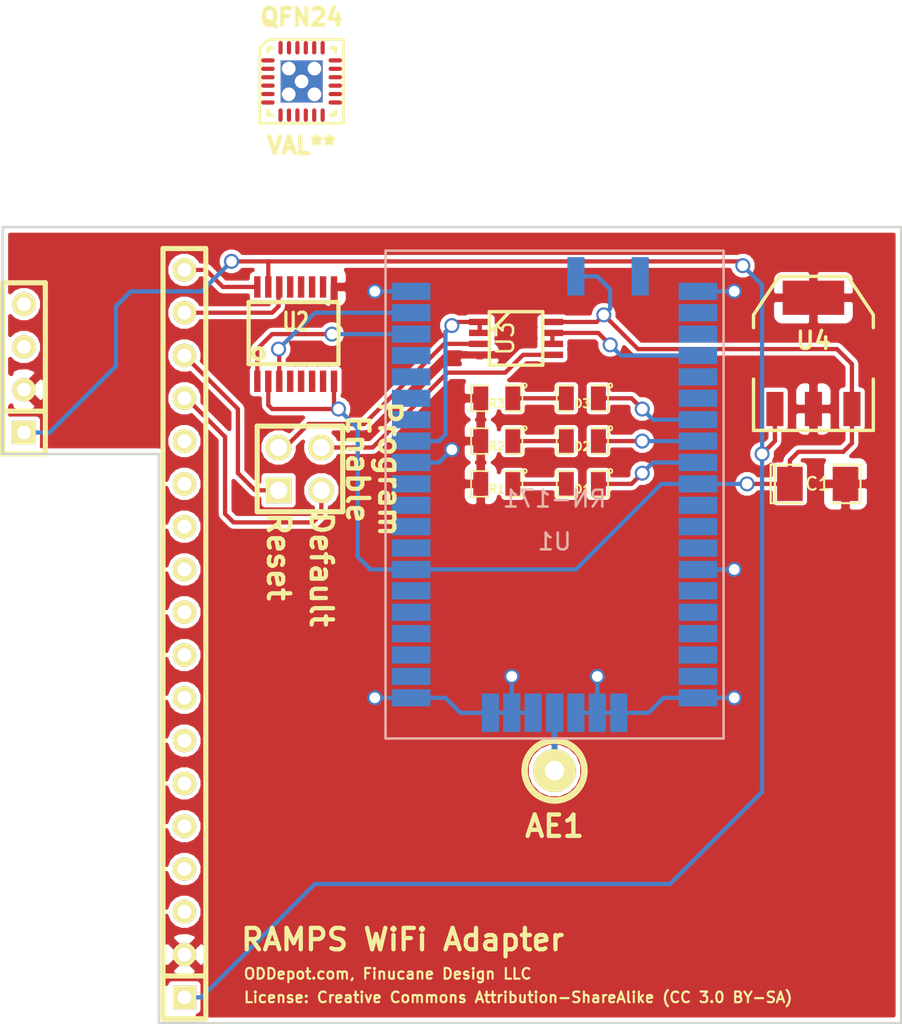
<source format=kicad_pcb>
(kicad_pcb (version 3) (host pcbnew "(2012-nov-02)-testing")

  (general
    (links 50)
    (no_connects 0)
    (area 187.6806 122.423767 245.945377 170.205401)
    (thickness 1.6)
    (drawings 13)
    (tracks 151)
    (zones 0)
    (modules 16)
    (nets 21)
  )

  (page A3)
  (layers
    (15 F.Cu signal)
    (0 B.Cu signal)
    (16 B.Adhes user)
    (17 F.Adhes user)
    (18 B.Paste user)
    (19 F.Paste user)
    (20 B.SilkS user)
    (21 F.SilkS user)
    (22 B.Mask user)
    (23 F.Mask user)
    (24 Dwgs.User user)
    (25 Cmts.User user)
    (26 Eco1.User user)
    (27 Eco2.User user)
    (28 Edge.Cuts user)
  )

  (setup
    (last_trace_width 0.254)
    (trace_clearance 0.254)
    (zone_clearance 0.254)
    (zone_45_only no)
    (trace_min 0.254)
    (segment_width 0.2)
    (edge_width 0.15)
    (via_size 0.889)
    (via_drill 0.635)
    (via_min_size 0.889)
    (via_min_drill 0.508)
    (uvia_size 0.508)
    (uvia_drill 0.127)
    (uvias_allowed no)
    (uvia_min_size 0.508)
    (uvia_min_drill 0.127)
    (pcb_text_width 0.3)
    (pcb_text_size 1 1)
    (mod_edge_width 0.15)
    (mod_text_size 1 1)
    (mod_text_width 0.15)
    (pad_size 2.54 2.54)
    (pad_drill 1.143)
    (pad_to_mask_clearance 0)
    (aux_axis_origin 0 0)
    (visible_elements 7FFFFFFF)
    (pcbplotparams
      (layerselection 15761409)
      (usegerberextensions true)
      (excludeedgelayer false)
      (linewidth 152400)
      (plotframeref false)
      (viasonmask false)
      (mode 1)
      (useauxorigin false)
      (hpglpennumber 1)
      (hpglpenspeed 20)
      (hpglpendiameter 15)
      (hpglpenoverlay 2)
      (psnegative false)
      (psa4output false)
      (plotreference true)
      (plotvalue true)
      (plotothertext true)
      (plotinvisibletext false)
      (padsonsilk false)
      (subtractmaskfromsilk false)
      (outputformat 1)
      (mirror false)
      (drillshape 0)
      (scaleselection 1)
      (outputdirectory ../gerber))
  )

  (net 0 "")
  (net 1 /3.3V)
  (net 2 /5V)
  (net 3 /DFLT3.3)
  (net 4 /DFLT5)
  (net 5 /DFLT_EN)
  (net 6 /RST3.3)
  (net 7 /RST5)
  (net 8 /RST_EN)
  (net 9 /RX3.3)
  (net 10 /RX5)
  (net 11 /TX3.3)
  (net 12 /TX5)
  (net 13 GND)
  (net 14 N-0000017)
  (net 15 N-0000018)
  (net 16 N-000002)
  (net 17 N-000003)
  (net 18 N-0000032)
  (net 19 N-0000033)
  (net 20 N-0000034)

  (net_class Default "This is the default net class."
    (clearance 0.254)
    (trace_width 0.254)
    (via_dia 0.889)
    (via_drill 0.635)
    (uvia_dia 0.508)
    (uvia_drill 0.127)
    (add_net "")
    (add_net /3.3V)
    (add_net /5V)
    (add_net /DFLT3.3)
    (add_net /DFLT5)
    (add_net /DFLT_EN)
    (add_net /RST3.3)
    (add_net /RST5)
    (add_net /RST_EN)
    (add_net /RX3.3)
    (add_net /RX5)
    (add_net /TX3.3)
    (add_net /TX5)
    (add_net GND)
    (add_net N-0000017)
    (add_net N-0000018)
    (add_net N-000003)
    (add_net N-0000032)
    (add_net N-0000033)
    (add_net N-0000034)
  )

  (net_class TM1 ""
    (clearance 0.254)
    (trace_width 0.3556)
    (via_dia 0.889)
    (via_drill 0.635)
    (uvia_dia 0.508)
    (uvia_drill 0.127)
    (add_net N-000002)
  )

  (module TSSOP16 (layer F.Cu) (tedit 5187FF43) (tstamp 5189A6A8)
    (at 207.518 129.159)
    (path /516C6DA7)
    (attr smd)
    (fp_text reference U2 (at 0 -0.7493) (layer F.SilkS)
      (effects (font (size 1.016 0.762) (thickness 0.1905)))
    )
    (fp_text value TXB0106PWR (at 0.24892 0.7493) (layer F.SilkS) hide
      (effects (font (size 0.762 0.762) (thickness 0.1905)))
    )
    (fp_line (start -2.794 -1.905) (end 2.54 -1.905) (layer F.SilkS) (width 0.254))
    (fp_line (start 2.54 -1.905) (end 2.54 1.778) (layer F.SilkS) (width 0.254))
    (fp_line (start 2.54 1.778) (end -2.794 1.778) (layer F.SilkS) (width 0.254))
    (fp_line (start -2.794 1.778) (end -2.794 -1.905) (layer F.SilkS) (width 0.254))
    (fp_circle (center -2.20218 1.15824) (end -2.40538 1.41224) (layer F.SilkS) (width 0.254))
    (pad 1 smd rect (at -2.27584 2.79908) (size 0.381 1.27)
      (layers F.Cu F.Paste F.Mask)
      (net 9 /RX3.3)
    )
    (pad 2 smd rect (at -1.6256 2.79908) (size 0.381 1.27)
      (layers F.Cu F.Paste F.Mask)
      (net 1 /3.3V)
    )
    (pad 3 smd rect (at -0.97536 2.79908) (size 0.381 1.27)
      (layers F.Cu F.Paste F.Mask)
      (net 11 /TX3.3)
    )
    (pad 4 smd rect (at -0.32512 2.79908) (size 0.381 1.27)
      (layers F.Cu F.Paste F.Mask)
    )
    (pad 5 smd rect (at 0.32512 2.79908) (size 0.381 1.27)
      (layers F.Cu F.Paste F.Mask)
    )
    (pad 6 smd rect (at 0.97536 2.79908) (size 0.381 1.27)
      (layers F.Cu F.Paste F.Mask)
    )
    (pad 7 smd rect (at 1.6256 2.79908) (size 0.381 1.27)
      (layers F.Cu F.Paste F.Mask)
    )
    (pad 8 smd rect (at 2.27584 2.79908) (size 0.381 1.27)
      (layers F.Cu F.Paste F.Mask)
      (net 1 /3.3V)
    )
    (pad 9 smd rect (at 2.27584 -2.79908) (size 0.381 1.27)
      (layers F.Cu F.Paste F.Mask)
      (net 13 GND)
    )
    (pad 10 smd rect (at 1.6256 -2.79908) (size 0.381 1.27)
      (layers F.Cu F.Paste F.Mask)
    )
    (pad 11 smd rect (at 0.97536 -2.79908) (size 0.381 1.27)
      (layers F.Cu F.Paste F.Mask)
    )
    (pad 12 smd rect (at 0.32512 -2.79908) (size 0.381 1.27)
      (layers F.Cu F.Paste F.Mask)
    )
    (pad 13 smd rect (at -0.32512 -2.79908) (size 0.381 1.27)
      (layers F.Cu F.Paste F.Mask)
    )
    (pad 14 smd rect (at -0.97536 -2.79908) (size 0.381 1.27)
      (layers F.Cu F.Paste F.Mask)
      (net 12 /TX5)
    )
    (pad 15 smd rect (at -1.6256 -2.79908) (size 0.381 1.27)
      (layers F.Cu F.Paste F.Mask)
      (net 2 /5V)
    )
    (pad 16 smd rect (at -2.27584 -2.79908) (size 0.381 1.27)
      (layers F.Cu F.Paste F.Mask)
      (net 10 /RX5)
    )
    (model smd\smd_dil\tssop-16.wrl
      (at (xyz 0 0 0))
      (scale (xyz 1 1 1))
      (rotate (xyz 0 0 0))
    )
  )

  (module SOT223 (layer F.Cu) (tedit 5187FF52) (tstamp 5188A913)
    (at 238.252 130.302)
    (descr "module CMS SOT223 4 pins")
    (tags "CMS SOT")
    (path /516C448D)
    (attr smd)
    (fp_text reference U4 (at 0 -0.762) (layer F.SilkS)
      (effects (font (size 1.016 1.016) (thickness 0.2032)))
    )
    (fp_text value TC1262-3.3VDB (at 0 0.762) (layer F.SilkS) hide
      (effects (font (size 1.016 1.016) (thickness 0.2032)))
    )
    (fp_line (start -3.556 1.524) (end -3.556 4.572) (layer F.SilkS) (width 0.2032))
    (fp_line (start -3.556 4.572) (end 3.556 4.572) (layer F.SilkS) (width 0.2032))
    (fp_line (start 3.556 4.572) (end 3.556 1.524) (layer F.SilkS) (width 0.2032))
    (fp_line (start -3.556 -1.524) (end -3.556 -2.286) (layer F.SilkS) (width 0.2032))
    (fp_line (start -3.556 -2.286) (end -2.032 -4.572) (layer F.SilkS) (width 0.2032))
    (fp_line (start -2.032 -4.572) (end 2.032 -4.572) (layer F.SilkS) (width 0.2032))
    (fp_line (start 2.032 -4.572) (end 3.556 -2.286) (layer F.SilkS) (width 0.2032))
    (fp_line (start 3.556 -2.286) (end 3.556 -1.524) (layer F.SilkS) (width 0.2032))
    (pad 4 smd rect (at 0 -3.302) (size 3.6576 2.032)
      (layers F.Cu F.Paste F.Mask)
      (net 13 GND)
    )
    (pad 2 smd rect (at 0 3.302) (size 1.016 2.032)
      (layers F.Cu F.Paste F.Mask)
      (net 13 GND)
    )
    (pad 3 smd rect (at 2.286 3.302) (size 1.016 2.032)
      (layers F.Cu F.Paste F.Mask)
      (net 1 /3.3V)
    )
    (pad 1 smd rect (at -2.286 3.302) (size 1.016 2.032)
      (layers F.Cu F.Paste F.Mask)
      (net 2 /5V)
    )
    (model smd/SOT223.wrl
      (at (xyz 0 0 0))
      (scale (xyz 0.4 0.4 0.4))
      (rotate (xyz 0 0 0))
    )
  )

  (module SM1206POL (layer F.Cu) (tedit 42806E4C) (tstamp 5188A922)
    (at 238.506 138.049)
    (path /51857021)
    (attr smd)
    (fp_text reference C1 (at 0 0) (layer F.SilkS)
      (effects (font (size 0.762 0.762) (thickness 0.127)))
    )
    (fp_text value T491A475K016AT (at 0 0) (layer F.SilkS) hide
      (effects (font (size 0.762 0.762) (thickness 0.127)))
    )
    (fp_line (start -2.54 -1.143) (end -2.794 -1.143) (layer F.SilkS) (width 0.127))
    (fp_line (start -2.794 -1.143) (end -2.794 1.143) (layer F.SilkS) (width 0.127))
    (fp_line (start -2.794 1.143) (end -2.54 1.143) (layer F.SilkS) (width 0.127))
    (fp_line (start -2.54 -1.143) (end -2.54 1.143) (layer F.SilkS) (width 0.127))
    (fp_line (start -2.54 1.143) (end -0.889 1.143) (layer F.SilkS) (width 0.127))
    (fp_line (start 0.889 -1.143) (end 2.54 -1.143) (layer F.SilkS) (width 0.127))
    (fp_line (start 2.54 -1.143) (end 2.54 1.143) (layer F.SilkS) (width 0.127))
    (fp_line (start 2.54 1.143) (end 0.889 1.143) (layer F.SilkS) (width 0.127))
    (fp_line (start -0.889 -1.143) (end -2.54 -1.143) (layer F.SilkS) (width 0.127))
    (pad 1 smd rect (at -1.651 0) (size 1.524 2.032)
      (layers F.Cu F.Paste F.Mask)
      (net 1 /3.3V)
    )
    (pad 2 smd rect (at 1.651 0) (size 1.524 2.032)
      (layers F.Cu F.Paste F.Mask)
      (net 13 GND)
    )
    (model smd/chip_cms_pol.wrl
      (at (xyz 0 0 0))
      (scale (xyz 0.17 0.16 0.16))
      (rotate (xyz 0 0 0))
    )
  )

  (module SM0805 (layer F.Cu) (tedit 5187FF18) (tstamp 5188B0D8)
    (at 219.456 138.049 180)
    (path /5187F222)
    (attr smd)
    (fp_text reference R1 (at 0 -0.3175 180) (layer F.SilkS)
      (effects (font (size 0.50038 0.50038) (thickness 0.10922)))
    )
    (fp_text value CR0805-FX-2400ELF (at 0 0.381 180) (layer F.SilkS) hide
      (effects (font (size 0.50038 0.50038) (thickness 0.10922)))
    )
    (fp_circle (center -1.651 0.762) (end -1.651 0.635) (layer F.SilkS) (width 0.09906))
    (fp_line (start -0.508 0.762) (end -1.524 0.762) (layer F.SilkS) (width 0.09906))
    (fp_line (start -1.524 0.762) (end -1.524 -0.762) (layer F.SilkS) (width 0.09906))
    (fp_line (start -1.524 -0.762) (end -0.508 -0.762) (layer F.SilkS) (width 0.09906))
    (fp_line (start 0.508 -0.762) (end 1.524 -0.762) (layer F.SilkS) (width 0.09906))
    (fp_line (start 1.524 -0.762) (end 1.524 0.762) (layer F.SilkS) (width 0.09906))
    (fp_line (start 1.524 0.762) (end 0.508 0.762) (layer F.SilkS) (width 0.09906))
    (pad 1 smd rect (at -0.9525 0 180) (size 0.889 1.397)
      (layers F.Cu F.Paste F.Mask)
      (net 17 N-000003)
    )
    (pad 2 smd rect (at 0.9525 0 180) (size 0.889 1.397)
      (layers F.Cu F.Paste F.Mask)
      (net 13 GND)
    )
    (model smd/chip_cms.wrl
      (at (xyz 0 0 0))
      (scale (xyz 0.1 0.1 0.1))
      (rotate (xyz 0 0 0))
    )
  )

  (module SM0805 (layer F.Cu) (tedit 5187FF0F) (tstamp 5188A93C)
    (at 219.456 135.509 180)
    (path /5187F23B)
    (attr smd)
    (fp_text reference R2 (at 0 -0.3175 180) (layer F.SilkS)
      (effects (font (size 0.50038 0.50038) (thickness 0.10922)))
    )
    (fp_text value CR0805-FX-2400ELF (at 0 0.381 180) (layer F.SilkS) hide
      (effects (font (size 0.50038 0.50038) (thickness 0.10922)))
    )
    (fp_circle (center -1.651 0.762) (end -1.651 0.635) (layer F.SilkS) (width 0.09906))
    (fp_line (start -0.508 0.762) (end -1.524 0.762) (layer F.SilkS) (width 0.09906))
    (fp_line (start -1.524 0.762) (end -1.524 -0.762) (layer F.SilkS) (width 0.09906))
    (fp_line (start -1.524 -0.762) (end -0.508 -0.762) (layer F.SilkS) (width 0.09906))
    (fp_line (start 0.508 -0.762) (end 1.524 -0.762) (layer F.SilkS) (width 0.09906))
    (fp_line (start 1.524 -0.762) (end 1.524 0.762) (layer F.SilkS) (width 0.09906))
    (fp_line (start 1.524 0.762) (end 0.508 0.762) (layer F.SilkS) (width 0.09906))
    (pad 1 smd rect (at -0.9525 0 180) (size 0.889 1.397)
      (layers F.Cu F.Paste F.Mask)
      (net 20 N-0000034)
    )
    (pad 2 smd rect (at 0.9525 0 180) (size 0.889 1.397)
      (layers F.Cu F.Paste F.Mask)
      (net 13 GND)
    )
    (model smd/chip_cms.wrl
      (at (xyz 0 0 0))
      (scale (xyz 0.1 0.1 0.1))
      (rotate (xyz 0 0 0))
    )
  )

  (module SM0805 (layer F.Cu) (tedit 5187FF05) (tstamp 5188A949)
    (at 219.456 132.969 180)
    (path /5187F254)
    (attr smd)
    (fp_text reference R3 (at 0 -0.3175 180) (layer F.SilkS)
      (effects (font (size 0.50038 0.50038) (thickness 0.10922)))
    )
    (fp_text value CR0805-FX-2400ELF (at 0 0.381 180) (layer F.SilkS) hide
      (effects (font (size 0.50038 0.50038) (thickness 0.10922)))
    )
    (fp_circle (center -1.651 0.762) (end -1.651 0.635) (layer F.SilkS) (width 0.09906))
    (fp_line (start -0.508 0.762) (end -1.524 0.762) (layer F.SilkS) (width 0.09906))
    (fp_line (start -1.524 0.762) (end -1.524 -0.762) (layer F.SilkS) (width 0.09906))
    (fp_line (start -1.524 -0.762) (end -0.508 -0.762) (layer F.SilkS) (width 0.09906))
    (fp_line (start 0.508 -0.762) (end 1.524 -0.762) (layer F.SilkS) (width 0.09906))
    (fp_line (start 1.524 -0.762) (end 1.524 0.762) (layer F.SilkS) (width 0.09906))
    (fp_line (start 1.524 0.762) (end 0.508 0.762) (layer F.SilkS) (width 0.09906))
    (pad 1 smd rect (at -0.9525 0 180) (size 0.889 1.397)
      (layers F.Cu F.Paste F.Mask)
      (net 19 N-0000033)
    )
    (pad 2 smd rect (at 0.9525 0 180) (size 0.889 1.397)
      (layers F.Cu F.Paste F.Mask)
      (net 13 GND)
    )
    (model smd/chip_cms.wrl
      (at (xyz 0 0 0))
      (scale (xyz 0.1 0.1 0.1))
      (rotate (xyz 0 0 0))
    )
  )

  (module SM0805 (layer F.Cu) (tedit 5187FF31) (tstamp 5188A956)
    (at 224.536 138.049 180)
    (path /5187F3E3)
    (attr smd)
    (fp_text reference D1 (at 0 -0.3175 180) (layer F.SilkS)
      (effects (font (size 0.50038 0.50038) (thickness 0.10922)))
    )
    (fp_text value APT2012SGC (at 0 0.381 180) (layer F.SilkS) hide
      (effects (font (size 0.50038 0.50038) (thickness 0.10922)))
    )
    (fp_circle (center -1.651 0.762) (end -1.651 0.635) (layer F.SilkS) (width 0.09906))
    (fp_line (start -0.508 0.762) (end -1.524 0.762) (layer F.SilkS) (width 0.09906))
    (fp_line (start -1.524 0.762) (end -1.524 -0.762) (layer F.SilkS) (width 0.09906))
    (fp_line (start -1.524 -0.762) (end -0.508 -0.762) (layer F.SilkS) (width 0.09906))
    (fp_line (start 0.508 -0.762) (end 1.524 -0.762) (layer F.SilkS) (width 0.09906))
    (fp_line (start 1.524 -0.762) (end 1.524 0.762) (layer F.SilkS) (width 0.09906))
    (fp_line (start 1.524 0.762) (end 0.508 0.762) (layer F.SilkS) (width 0.09906))
    (pad 1 smd rect (at -0.9525 0 180) (size 0.889 1.397)
      (layers F.Cu F.Paste F.Mask)
      (net 18 N-0000032)
    )
    (pad 2 smd rect (at 0.9525 0 180) (size 0.889 1.397)
      (layers F.Cu F.Paste F.Mask)
      (net 17 N-000003)
    )
    (model smd/chip_cms.wrl
      (at (xyz 0 0 0))
      (scale (xyz 0.1 0.1 0.1))
      (rotate (xyz 0 0 0))
    )
  )

  (module SM0805 (layer F.Cu) (tedit 5187FF2B) (tstamp 5188B0E6)
    (at 224.536 135.509 180)
    (path /5187F3FC)
    (attr smd)
    (fp_text reference D2 (at 0 -0.3175 180) (layer F.SilkS)
      (effects (font (size 0.50038 0.50038) (thickness 0.10922)))
    )
    (fp_text value APT2012YC (at 0 0.381 180) (layer F.SilkS) hide
      (effects (font (size 0.50038 0.50038) (thickness 0.10922)))
    )
    (fp_circle (center -1.651 0.762) (end -1.651 0.635) (layer F.SilkS) (width 0.09906))
    (fp_line (start -0.508 0.762) (end -1.524 0.762) (layer F.SilkS) (width 0.09906))
    (fp_line (start -1.524 0.762) (end -1.524 -0.762) (layer F.SilkS) (width 0.09906))
    (fp_line (start -1.524 -0.762) (end -0.508 -0.762) (layer F.SilkS) (width 0.09906))
    (fp_line (start 0.508 -0.762) (end 1.524 -0.762) (layer F.SilkS) (width 0.09906))
    (fp_line (start 1.524 -0.762) (end 1.524 0.762) (layer F.SilkS) (width 0.09906))
    (fp_line (start 1.524 0.762) (end 0.508 0.762) (layer F.SilkS) (width 0.09906))
    (pad 1 smd rect (at -0.9525 0 180) (size 0.889 1.397)
      (layers F.Cu F.Paste F.Mask)
      (net 14 N-0000017)
    )
    (pad 2 smd rect (at 0.9525 0 180) (size 0.889 1.397)
      (layers F.Cu F.Paste F.Mask)
      (net 20 N-0000034)
    )
    (model smd/chip_cms.wrl
      (at (xyz 0 0 0))
      (scale (xyz 0.1 0.1 0.1))
      (rotate (xyz 0 0 0))
    )
  )

  (module SM0805 (layer F.Cu) (tedit 5187FF22) (tstamp 5188A970)
    (at 224.536 132.969 180)
    (path /5187F415)
    (attr smd)
    (fp_text reference D3 (at 0 -0.3175 180) (layer F.SilkS)
      (effects (font (size 0.50038 0.50038) (thickness 0.10922)))
    )
    (fp_text value APT2012EC (at 0 0.381 180) (layer F.SilkS) hide
      (effects (font (size 0.50038 0.50038) (thickness 0.10922)))
    )
    (fp_circle (center -1.651 0.762) (end -1.651 0.635) (layer F.SilkS) (width 0.09906))
    (fp_line (start -0.508 0.762) (end -1.524 0.762) (layer F.SilkS) (width 0.09906))
    (fp_line (start -1.524 0.762) (end -1.524 -0.762) (layer F.SilkS) (width 0.09906))
    (fp_line (start -1.524 -0.762) (end -0.508 -0.762) (layer F.SilkS) (width 0.09906))
    (fp_line (start 0.508 -0.762) (end 1.524 -0.762) (layer F.SilkS) (width 0.09906))
    (fp_line (start 1.524 -0.762) (end 1.524 0.762) (layer F.SilkS) (width 0.09906))
    (fp_line (start 1.524 0.762) (end 0.508 0.762) (layer F.SilkS) (width 0.09906))
    (pad 1 smd rect (at -0.9525 0 180) (size 0.889 1.397)
      (layers F.Cu F.Paste F.Mask)
      (net 15 N-0000018)
    )
    (pad 2 smd rect (at 0.9525 0 180) (size 0.889 1.397)
      (layers F.Cu F.Paste F.Mask)
      (net 19 N-0000033)
    )
    (model smd/chip_cms.wrl
      (at (xyz 0 0 0))
      (scale (xyz 0.1 0.1 0.1))
      (rotate (xyz 0 0 0))
    )
  )

  (module SIL-4 (layer F.Cu) (tedit 518A8840) (tstamp 5188A97F)
    (at 191.389 131.191 90)
    (descr "Connecteur 4 pibs")
    (tags "CONN DEV")
    (path /51854F4E)
    (fp_text reference P2 (at 0 2.54 180) (layer F.SilkS) hide
      (effects (font (size 1.27 1.27) (thickness 0.254)))
    )
    (fp_text value I2C_INTERFACE (at 0 -2.54 90) (layer F.SilkS) hide
      (effects (font (size 1.524 1.016) (thickness 0.3048)))
    )
    (fp_line (start -5.08 -1.27) (end -5.08 -1.27) (layer F.SilkS) (width 0.3048))
    (fp_line (start -5.08 1.27) (end -5.08 -1.27) (layer F.SilkS) (width 0.3048))
    (fp_line (start -5.08 -1.27) (end -5.08 -1.27) (layer F.SilkS) (width 0.3048))
    (fp_line (start -5.08 -1.27) (end 5.08 -1.27) (layer F.SilkS) (width 0.3048))
    (fp_line (start 5.08 -1.27) (end 5.08 1.27) (layer F.SilkS) (width 0.3048))
    (fp_line (start 5.08 1.27) (end -5.08 1.27) (layer F.SilkS) (width 0.3048))
    (fp_line (start -2.54 1.27) (end -2.54 -1.27) (layer F.SilkS) (width 0.3048))
    (pad 1 thru_hole rect (at -3.81 0 90) (size 1.397 1.397) (drill 0.812799)
      (layers *.Cu *.Mask F.SilkS)
      (net 2 /5V)
    )
    (pad 2 thru_hole circle (at -1.27 0 90) (size 1.397 1.397) (drill 0.812799)
      (layers *.Cu *.Mask F.SilkS)
      (net 13 GND)
    )
    (pad 3 thru_hole circle (at 1.27 0 90) (size 1.397 1.397) (drill 0.812799)
      (layers *.Cu *.Mask F.SilkS)
    )
    (pad 4 thru_hole circle (at 3.81 0 90) (size 1.397 1.397) (drill 0.812799)
      (layers *.Cu *.Mask F.SilkS)
    )
  )

  (module SIL-18 (layer F.Cu) (tedit 518A883B) (tstamp 5188AEDC)
    (at 200.914 146.939 90)
    (descr "Connecteur 18 pins")
    (tags "CONN DEV")
    (path /51854F35)
    (fp_text reference P1 (at 0 2.54 180) (layer F.SilkS) hide
      (effects (font (size 1.27 1.27) (thickness 0.254)))
    )
    (fp_text value AUX-4_INTERFACE (at 8.89 -2.54 90) (layer F.SilkS) hide
      (effects (font (size 1.524 1.016) (thickness 0.254)))
    )
    (fp_line (start -22.86 -1.27) (end 22.86 -1.27) (layer F.SilkS) (width 0.3048))
    (fp_line (start 22.86 -1.27) (end 22.86 1.27) (layer F.SilkS) (width 0.3048))
    (fp_line (start 22.86 1.27) (end -22.86 1.27) (layer F.SilkS) (width 0.3048))
    (fp_line (start -22.86 1.27) (end -22.86 -1.27) (layer F.SilkS) (width 0.3048))
    (fp_line (start -20.32 -1.27) (end -20.32 1.27) (layer F.SilkS) (width 0.3048))
    (pad 1 thru_hole rect (at -21.59 0 90) (size 1.397 1.397) (drill 0.812799)
      (layers *.Cu *.Mask F.SilkS)
      (net 2 /5V)
    )
    (pad 2 thru_hole circle (at -19.05 0 90) (size 1.397 1.397) (drill 0.812799)
      (layers *.Cu *.Mask F.SilkS)
      (net 13 GND)
    )
    (pad 3 thru_hole circle (at -16.51 0 90) (size 1.397 1.397) (drill 0.812799)
      (layers *.Cu *.Mask F.SilkS)
    )
    (pad 4 thru_hole circle (at -13.97 0 90) (size 1.397 1.397) (drill 0.812799)
      (layers *.Cu *.Mask F.SilkS)
    )
    (pad 5 thru_hole circle (at -11.43 0 90) (size 1.397 1.397) (drill 0.812799)
      (layers *.Cu *.Mask F.SilkS)
    )
    (pad 6 thru_hole circle (at -8.89 0 90) (size 1.397 1.397) (drill 0.812799)
      (layers *.Cu *.Mask F.SilkS)
    )
    (pad 7 thru_hole circle (at -6.35 0 90) (size 1.397 1.397) (drill 0.812799)
      (layers *.Cu *.Mask F.SilkS)
    )
    (pad 8 thru_hole circle (at -3.81 0 90) (size 1.397 1.397) (drill 0.812799)
      (layers *.Cu *.Mask F.SilkS)
    )
    (pad 9 thru_hole circle (at -1.27 0 90) (size 1.397 1.397) (drill 0.812799)
      (layers *.Cu *.Mask F.SilkS)
    )
    (pad 10 thru_hole circle (at 1.27 0 90) (size 1.397 1.397) (drill 0.812799)
      (layers *.Cu *.Mask F.SilkS)
    )
    (pad 11 thru_hole circle (at 3.81 0 90) (size 1.397 1.397) (drill 0.812799)
      (layers *.Cu *.Mask F.SilkS)
    )
    (pad 12 thru_hole circle (at 6.35 0 90) (size 1.397 1.397) (drill 0.812799)
      (layers *.Cu *.Mask F.SilkS)
    )
    (pad 13 thru_hole circle (at 8.89 0 90) (size 1.397 1.397) (drill 0.812799)
      (layers *.Cu *.Mask F.SilkS)
    )
    (pad 14 thru_hole circle (at 11.43 0 90) (size 1.397 1.397) (drill 0.812799)
      (layers *.Cu *.Mask F.SilkS)
    )
    (pad 15 thru_hole circle (at 13.97 0 90) (size 1.397 1.397) (drill 0.812799)
      (layers *.Cu *.Mask F.SilkS)
      (net 4 /DFLT5)
    )
    (pad 16 thru_hole circle (at 16.51 0 90) (size 1.397 1.397) (drill 0.812799)
      (layers *.Cu *.Mask F.SilkS)
      (net 7 /RST5)
    )
    (pad 17 thru_hole circle (at 19.05 0 90) (size 1.397 1.397) (drill 0.812799)
      (layers *.Cu *.Mask F.SilkS)
      (net 12 /TX5)
    )
    (pad 18 thru_hole circle (at 21.59 0 90) (size 1.397 1.397) (drill 0.812799)
      (layers *.Cu *.Mask F.SilkS)
      (net 10 /RX5)
    )
  )

  (module PIN_ARRAY_2X2 (layer F.Cu) (tedit 518A8A11) (tstamp 5188A9DF)
    (at 207.772 137.16)
    (descr "Double rangee de contacts 2 x 2 pins")
    (tags CONN)
    (path /51854F10)
    (fp_text reference P3 (at 0 -3.429) (layer F.SilkS) hide
      (effects (font (size 1.27 1.27) (thickness 0.254)))
    )
    (fp_text value ENABLE_JUMPERS (at 0 3.048) (layer F.SilkS) hide
      (effects (font (size 1.016 1.016) (thickness 0.2032)))
    )
    (fp_line (start -2.54 -2.54) (end 2.54 -2.54) (layer F.SilkS) (width 0.3048))
    (fp_line (start 2.54 -2.54) (end 2.54 2.54) (layer F.SilkS) (width 0.3048))
    (fp_line (start 2.54 2.54) (end -2.54 2.54) (layer F.SilkS) (width 0.3048))
    (fp_line (start -2.54 2.54) (end -2.54 -2.54) (layer F.SilkS) (width 0.3048))
    (pad 1 thru_hole rect (at -1.27 1.27) (size 1.524 1.524) (drill 1.016)
      (layers *.Cu *.Mask F.SilkS)
      (net 7 /RST5)
    )
    (pad 2 thru_hole circle (at -1.27 -1.27) (size 1.524 1.524) (drill 1.016)
      (layers *.Cu *.Mask F.SilkS)
      (net 8 /RST_EN)
    )
    (pad 3 thru_hole circle (at 1.27 1.27) (size 1.524 1.524) (drill 1.016)
      (layers *.Cu *.Mask F.SilkS)
      (net 4 /DFLT5)
    )
    (pad 4 thru_hole circle (at 1.27 -1.27) (size 1.524 1.524) (drill 1.016)
      (layers *.Cu *.Mask F.SilkS)
      (net 5 /DFLT_EN)
    )
    (model pin_array/pins_array_2x2.wrl
      (at (xyz 0 0 0))
      (scale (xyz 1 1 1))
      (rotate (xyz 0 0 0))
    )
  )

  (module MSOP_8 (layer F.Cu) (tedit 5187FF4A) (tstamp 5189A8D9)
    (at 220.599 129.413 270)
    (path /516C3366)
    (fp_text reference U3 (at 0 0.635 270) (layer F.SilkS)
      (effects (font (size 1.00076 1.00076) (thickness 0.1524)))
    )
    (fp_text value TLV2452CDGKR (at 0 -0.762 270) (layer F.SilkS) hide
      (effects (font (size 1.00076 1.00076) (thickness 0.127)))
    )
    (fp_line (start -0.3175 1.5875) (end -1.5875 0.381) (layer F.SilkS) (width 0.2032))
    (fp_line (start -1.5875 1.5875) (end 1.5875 1.5875) (layer F.SilkS) (width 0.2032))
    (fp_line (start 1.5875 1.5875) (end 1.5875 -1.5875) (layer F.SilkS) (width 0.2032))
    (fp_line (start 1.5875 -1.5875) (end -1.5875 -1.5875) (layer F.SilkS) (width 0.2032))
    (fp_line (start -1.5875 -1.5875) (end -1.5875 1.5875) (layer F.SilkS) (width 0.2032))
    (pad 1 smd rect (at -0.97536 2.159 270) (size 0.381 1.27)
      (layers F.Cu F.Paste F.Mask)
      (net 6 /RST3.3)
    )
    (pad 2 smd rect (at -0.32512 2.159 270) (size 0.381 1.27)
      (layers F.Cu F.Paste F.Mask)
      (net 6 /RST3.3)
    )
    (pad 3 smd rect (at 0.32512 2.159 270) (size 0.381 1.27)
      (layers F.Cu F.Paste F.Mask)
      (net 8 /RST_EN)
    )
    (pad 4 smd rect (at 0.97536 2.159 270) (size 0.381 1.27)
      (layers F.Cu F.Paste F.Mask)
      (net 13 GND)
    )
    (pad 5 smd rect (at 0.97536 -2.159 270) (size 0.381 1.27)
      (layers F.Cu F.Paste F.Mask)
      (net 5 /DFLT_EN)
    )
    (pad 6 smd rect (at 0.32512 -2.159 270) (size 0.381 1.27)
      (layers F.Cu F.Paste F.Mask)
      (net 3 /DFLT3.3)
    )
    (pad 7 smd rect (at -0.32512 -2.159 270) (size 0.381 1.27)
      (layers F.Cu F.Paste F.Mask)
      (net 3 /DFLT3.3)
    )
    (pad 8 smd rect (at -0.97536 -2.159 270) (size 0.381 1.27)
      (layers F.Cu F.Paste F.Mask)
      (net 1 /3.3V)
    )
    (model smd/MSOP_8.wrl
      (at (xyz 0 0 0.001))
      (scale (xyz 0.3937 0.3937 0.3937))
      (rotate (xyz 0 0 0))
    )
  )

  (module RN-171 (layer B.Cu) (tedit 5187F7DD) (tstamp 518907E9)
    (at 231.394 126.619 90)
    (path /5187D822)
    (fp_text reference U1 (at -14.859 -8.509 360) (layer B.SilkS)
      (effects (font (size 1 1) (thickness 0.15)) (justify mirror))
    )
    (fp_text value RN-171 (at -12.319 -8.509 360) (layer B.SilkS)
      (effects (font (size 1 1) (thickness 0.15)) (justify mirror))
    )
    (fp_line (start 2.413 1.524) (end -26.543 1.524) (layer B.SilkS) (width 0.15))
    (fp_line (start -26.543 1.524) (end -26.543 -18.542) (layer B.SilkS) (width 0.15))
    (fp_line (start -26.543 -18.542) (end 2.413 -18.542) (layer B.SilkS) (width 0.15))
    (fp_line (start 2.413 -18.542) (end 2.413 1.524) (layer B.SilkS) (width 0.15))
    (pad 1 smd rect (at 0 0 90) (size 1.016 2.286)
      (layers B.Cu B.Paste B.Mask)
      (net 13 GND)
    )
    (pad 2 smd rect (at -1.27 0 90) (size 1.016 2.286)
      (layers B.Cu B.Paste B.Mask)
    )
    (pad 3 smd rect (at -2.54 0 90) (size 1.016 2.286)
      (layers B.Cu B.Paste B.Mask)
    )
    (pad 4 smd rect (at -3.81 0 90) (size 1.016 2.286)
      (layers B.Cu B.Paste B.Mask)
      (net 3 /DFLT3.3)
    )
    (pad 5 smd rect (at -5.08 0 90) (size 1.016 2.286)
      (layers B.Cu B.Paste B.Mask)
    )
    (pad 6 smd rect (at -6.35 0 90) (size 1.016 2.286)
      (layers B.Cu B.Paste B.Mask)
    )
    (pad 7 smd rect (at -7.62 0 90) (size 1.016 2.286)
      (layers B.Cu B.Paste B.Mask)
      (net 15 N-0000018)
    )
    (pad 8 smd rect (at -8.89 0 90) (size 1.016 2.286)
      (layers B.Cu B.Paste B.Mask)
      (net 14 N-0000017)
    )
    (pad 9 smd rect (at -10.16 0 90) (size 1.016 2.286)
      (layers B.Cu B.Paste B.Mask)
      (net 18 N-0000032)
    )
    (pad 10 smd rect (at -11.43 0 90) (size 1.016 2.286)
      (layers B.Cu B.Paste B.Mask)
      (net 1 /3.3V)
    )
    (pad 11 smd rect (at -12.7 0 90) (size 1.016 2.286)
      (layers B.Cu B.Paste B.Mask)
    )
    (pad 12 smd rect (at -13.97 0 90) (size 1.016 2.286)
      (layers B.Cu B.Paste B.Mask)
    )
    (pad 13 smd rect (at -15.24 0 90) (size 1.016 2.286)
      (layers B.Cu B.Paste B.Mask)
    )
    (pad 14 smd rect (at -16.51 0 90) (size 1.016 2.286)
      (layers B.Cu B.Paste B.Mask)
      (net 13 GND)
    )
    (pad 15 smd rect (at -17.78 0 90) (size 1.016 2.286)
      (layers B.Cu B.Paste B.Mask)
    )
    (pad 16 smd rect (at -19.05 0 90) (size 1.016 2.286)
      (layers B.Cu B.Paste B.Mask)
    )
    (pad 17 smd rect (at -20.32 0 90) (size 1.016 2.286)
      (layers B.Cu B.Paste B.Mask)
    )
    (pad 18 smd rect (at -21.59 0 90) (size 1.016 2.286)
      (layers B.Cu B.Paste B.Mask)
    )
    (pad 19 smd rect (at -22.86 0 90) (size 1.016 2.286)
      (layers B.Cu B.Paste B.Mask)
    )
    (pad 20 smd rect (at -24.13 0 90) (size 1.016 2.286)
      (layers B.Cu B.Paste B.Mask)
      (net 13 GND)
    )
    (pad 21 smd rect (at -25.019 -4.699 90) (size 2.286 1.016)
      (layers B.Cu B.Paste B.Mask)
      (net 13 GND)
    )
    (pad 22 smd rect (at -25.019 -5.969 90) (size 2.286 1.016)
      (layers B.Cu B.Paste B.Mask)
      (net 13 GND)
    )
    (pad 23 smd rect (at -25.019 -7.239 90) (size 2.286 1.016)
      (layers B.Cu B.Paste B.Mask)
      (net 13 GND)
    )
    (pad 24 smd rect (at -25.019 -8.509 90) (size 2.286 1.016)
      (layers B.Cu B.Paste B.Mask)
      (net 16 N-000002)
    )
    (pad 25 smd rect (at -25.019 -9.779 90) (size 2.286 1.016)
      (layers B.Cu B.Paste B.Mask)
      (net 13 GND)
    )
    (pad 26 smd rect (at -25.019 -11.049 90) (size 2.286 1.016)
      (layers B.Cu B.Paste B.Mask)
      (net 13 GND)
    )
    (pad 27 smd rect (at -25.019 -12.319 90) (size 2.286 1.016)
      (layers B.Cu B.Paste B.Mask)
      (net 13 GND)
    )
    (pad 28 smd rect (at -24.13 -17.018 90) (size 1.016 2.286)
      (layers B.Cu B.Paste B.Mask)
      (net 13 GND)
    )
    (pad 29 smd rect (at -22.86 -17.018 90) (size 1.016 2.286)
      (layers B.Cu B.Paste B.Mask)
    )
    (pad 30 smd rect (at -21.59 -17.018 90) (size 1.016 2.286)
      (layers B.Cu B.Paste B.Mask)
    )
    (pad 31 smd rect (at -20.32 -17.018 90) (size 1.016 2.286)
      (layers B.Cu B.Paste B.Mask)
    )
    (pad 32 smd rect (at -19.05 -17.018 90) (size 1.016 2.286)
      (layers B.Cu B.Paste B.Mask)
    )
    (pad 33 smd rect (at -17.78 -17.018 90) (size 1.016 2.286)
      (layers B.Cu B.Paste B.Mask)
    )
    (pad 34 smd rect (at -16.51 -17.018 90) (size 1.016 2.286)
      (layers B.Cu B.Paste B.Mask)
      (net 1 /3.3V)
    )
    (pad 35 smd rect (at -15.24 -17.018 90) (size 1.016 2.286)
      (layers B.Cu B.Paste B.Mask)
    )
    (pad 36 smd rect (at -13.97 -17.018 90) (size 1.016 2.286)
      (layers B.Cu B.Paste B.Mask)
    )
    (pad 37 smd rect (at -12.7 -17.018 90) (size 1.016 2.286)
      (layers B.Cu B.Paste B.Mask)
    )
    (pad 38 smd rect (at -11.43 -17.018 90) (size 1.016 2.286)
      (layers B.Cu B.Paste B.Mask)
    )
    (pad 39 smd rect (at -10.16 -17.018 90) (size 1.016 2.286)
      (layers B.Cu B.Paste B.Mask)
      (net 13 GND)
    )
    (pad 40 smd rect (at -8.89 -17.018 90) (size 1.016 2.286)
      (layers B.Cu B.Paste B.Mask)
      (net 6 /RST3.3)
    )
    (pad 41 smd rect (at -7.62 -17.018 90) (size 1.016 2.286)
      (layers B.Cu B.Paste B.Mask)
    )
    (pad 42 smd rect (at -6.35 -17.018 90) (size 1.016 2.286)
      (layers B.Cu B.Paste B.Mask)
    )
    (pad 43 smd rect (at -5.08 -17.018 90) (size 1.016 2.286)
      (layers B.Cu B.Paste B.Mask)
    )
    (pad 44 smd rect (at -3.81 -17.018 90) (size 1.016 2.286)
      (layers B.Cu B.Paste B.Mask)
    )
    (pad 45 smd rect (at -2.54 -17.018 90) (size 1.016 2.286)
      (layers B.Cu B.Paste B.Mask)
      (net 9 /RX3.3)
    )
    (pad 46 smd rect (at -1.27 -17.018 90) (size 1.016 2.286)
      (layers B.Cu B.Paste B.Mask)
      (net 11 /TX3.3)
    )
    (pad 47 smd rect (at 0 -17.018 90) (size 1.016 2.286)
      (layers B.Cu B.Paste B.Mask)
      (net 13 GND)
    )
    (pad 48 smd rect (at 0.889 -3.429 90) (size 2.286 1.016)
      (layers B.Cu B.Paste B.Mask)
    )
    (pad 49 smd rect (at 0.889 -7.239 90) (size 2.286 1.016)
      (layers B.Cu B.Paste B.Mask)
      (net 1 /3.3V)
    )
  )

  (module 18G_MONOPOLE_MOUNT (layer F.Cu) (tedit 518A8308) (tstamp 518A83AF)
    (at 222.885 155.067 180)
    (path /5187DC43)
    (fp_text reference AE1 (at 0 -3.302 180) (layer F.SilkS)
      (effects (font (size 1.27 1.27) (thickness 0.254)))
    )
    (fp_text value ANTENNA (at 0 3.302 180) (layer F.SilkS) hide
      (effects (font (size 1.27 1.27) (thickness 0.254)))
    )
    (fp_circle (center 0 0) (end 0 -1.778) (layer F.SilkS) (width 0.381))
    (pad 1 thru_hole circle (at 0 0 180) (size 2.54 2.54) (drill 1.143)
      (layers *.Cu *.Mask F.SilkS)
      (net 16 N-000002)
    )
  )

  (module QFN24 (layer F.Cu) (tedit 48A948E6) (tstamp 51A6D2CC)
    (at 207.87 114.16)
    (fp_text reference QFN24 (at 0 -3.81) (layer F.SilkS)
      (effects (font (size 1.00076 1.00076) (thickness 0.3048)))
    )
    (fp_text value VAL** (at 0 3.81) (layer F.SilkS)
      (effects (font (size 1.00076 1.00076) (thickness 0.3048)))
    )
    (fp_line (start -1.99136 -2.4892) (end 2.4892 -2.4892) (layer F.SilkS) (width 0.14986))
    (fp_line (start -2.4892 -1.99136) (end -2.4892 2.4892) (layer F.SilkS) (width 0.14986))
    (fp_line (start -2.4892 -1.99136) (end -1.99136 -2.4892) (layer F.SilkS) (width 0.14986))
    (fp_line (start -1.99136 -1.74244) (end -1.99136 -1.99136) (layer F.SilkS) (width 0.20066))
    (fp_line (start -1.99136 -1.99136) (end -1.74244 -1.99136) (layer F.SilkS) (width 0.20066))
    (fp_line (start -1.74244 1.99136) (end -1.99136 1.99136) (layer F.SilkS) (width 0.20066))
    (fp_line (start -1.99136 1.99136) (end -1.99136 1.74244) (layer F.SilkS) (width 0.20066))
    (fp_line (start 1.99136 1.74244) (end 1.99136 1.99136) (layer F.SilkS) (width 0.20066))
    (fp_line (start 1.99136 1.99136) (end 1.74244 1.99136) (layer F.SilkS) (width 0.20066))
    (fp_line (start 1.74244 -1.99136) (end 1.99136 -1.99136) (layer F.SilkS) (width 0.20066))
    (fp_line (start 1.99136 -1.99136) (end 1.99136 -1.74244) (layer F.SilkS) (width 0.20066))
    (fp_line (start 2.4892 2.4892) (end -2.4892 2.4892) (layer F.SilkS) (width 0.14986))
    (fp_line (start 2.4892 -2.4892) (end 2.4892 2.4892) (layer F.SilkS) (width 0.14986))
    (pad "" smd rect (at 0 0 270) (size 2.49936 2.49936)
      (layers *.Cu F.Paste F.Mask)
    )
    (pad 1 smd oval (at -1.99898 -1.24968) (size 0.8001 0.24892)
      (layers F.Cu F.Paste F.Mask)
    )
    (pad 2 smd oval (at -1.99898 -0.7493) (size 0.8001 0.24892)
      (layers F.Cu F.Paste F.Mask)
    )
    (pad 3 smd oval (at -1.99898 -0.24892) (size 0.8001 0.24892)
      (layers F.Cu F.Paste F.Mask)
    )
    (pad 4 smd oval (at -1.99898 0.24892) (size 0.8001 0.24892)
      (layers F.Cu F.Paste F.Mask)
    )
    (pad 5 smd oval (at -1.99898 0.7493) (size 0.8001 0.24892)
      (layers F.Cu F.Paste F.Mask)
    )
    (pad 6 smd oval (at -1.99898 1.24968) (size 0.8001 0.24892)
      (layers F.Cu F.Paste F.Mask)
    )
    (pad 7 smd oval (at -1.24968 1.99898 90) (size 0.8001 0.24892)
      (layers F.Cu F.Paste F.Mask)
    )
    (pad 8 smd oval (at -0.7493 1.99898 90) (size 0.8001 0.24892)
      (layers F.Cu F.Paste F.Mask)
    )
    (pad 9 smd oval (at -0.24892 1.99898 90) (size 0.8001 0.24892)
      (layers F.Cu F.Paste F.Mask)
    )
    (pad 10 smd oval (at 0.24892 1.99898 90) (size 0.8001 0.24892)
      (layers F.Cu F.Paste F.Mask)
    )
    (pad 11 smd oval (at 0.7493 1.99898 90) (size 0.8001 0.24892)
      (layers F.Cu F.Paste F.Mask)
    )
    (pad 12 smd oval (at 1.24968 1.99898 90) (size 0.8001 0.24892)
      (layers F.Cu F.Paste F.Mask)
    )
    (pad 13 smd oval (at 1.99898 1.24968 180) (size 0.8001 0.24892)
      (layers F.Cu F.Paste F.Mask)
    )
    (pad 14 smd oval (at 1.99898 0.7493 180) (size 0.8001 0.24892)
      (layers F.Cu F.Paste F.Mask)
    )
    (pad 15 smd oval (at 1.99898 0.24892 180) (size 0.8001 0.24892)
      (layers F.Cu F.Paste F.Mask)
    )
    (pad 16 smd oval (at 1.99898 -0.24892 180) (size 0.8001 0.24892)
      (layers F.Cu F.Paste F.Mask)
    )
    (pad 17 smd oval (at 1.99898 -0.7493 180) (size 0.8001 0.24892)
      (layers F.Cu F.Paste F.Mask)
    )
    (pad 18 smd oval (at 1.99898 -1.24968 180) (size 0.8001 0.24892)
      (layers F.Cu F.Paste F.Mask)
    )
    (pad 19 smd oval (at 1.24968 -1.99898 270) (size 0.8001 0.24892)
      (layers F.Cu F.Paste F.Mask)
    )
    (pad 20 smd oval (at 0.7493 -1.99898 270) (size 0.8001 0.24892)
      (layers F.Cu F.Paste F.Mask)
    )
    (pad 21 smd oval (at 0.24892 -1.99898 270) (size 0.8001 0.24892)
      (layers F.Cu F.Paste F.Mask)
    )
    (pad 22 smd oval (at -0.24892 -1.99898 270) (size 0.8001 0.24892)
      (layers F.Cu F.Paste F.Mask)
    )
    (pad 23 smd oval (at -0.7493 -1.99898 270) (size 0.8001 0.24892)
      (layers F.Cu F.Paste F.Mask)
    )
    (pad 24 smd oval (at -1.24968 -1.99898 270) (size 0.8001 0.24892)
      (layers F.Cu F.Paste F.Mask)
    )
    (pad "" np_thru_hole circle (at 0 0 270) (size 0.8001 0.8001) (drill 0.8001)
      (layers *.Cu *.SilkS *.Mask)
    )
    (pad "" np_thru_hole circle (at 0.762 -0.762 270) (size 0.8001 0.8001) (drill 0.8001)
      (layers *.Cu *.SilkS *.Mask)
    )
    (pad "" np_thru_hole circle (at -0.762 -0.762 270) (size 0.8001 0.8001) (drill 0.8001)
      (layers *.Cu *.SilkS *.Mask)
    )
    (pad "" np_thru_hole circle (at 0.762 0.762 270) (size 0.8001 0.8001) (drill 0.8001)
      (layers *.Cu *.SilkS *.Mask)
    )
    (pad "" np_thru_hole circle (at -0.762 0.762 270) (size 0.8001 0.8001) (drill 0.8001)
      (layers *.Cu *.SilkS *.Mask)
    )
    (model smd/qfn24.wrl
      (at (xyz 0 0 0))
      (scale (xyz 1 1 1))
      (rotate (xyz 0 0 0))
    )
  )

  (gr_text Enable (at 211.201 137.16 270) (layer F.SilkS)
    (effects (font (size 1.27 1.27) (thickness 0.254)))
  )
  (gr_text "License: Creative Commons Attribution-ShareAlike (CC 3.0 BY-SA)" (at 220.726 168.529) (layer F.SilkS)
    (effects (font (size 0.635 0.635) (thickness 0.127)))
  )
  (gr_text "ODDepot.com, Finucane Design LLC" (at 212.979 167.132) (layer F.SilkS)
    (effects (font (size 0.635 0.635) (thickness 0.127)))
  )
  (gr_text "RAMPS WiFi Adapter" (at 213.868 165.1) (layer F.SilkS)
    (effects (font (size 1.27 1.27) (thickness 0.254)))
  )
  (gr_text Program (at 213.106 137.16 270) (layer F.SilkS)
    (effects (font (size 1.27 1.27) (thickness 0.254)))
  )
  (gr_text Default (at 209.042 143.129 270) (layer F.SilkS)
    (effects (font (size 1.27 1.27) (thickness 0.254)))
  )
  (gr_text Reset (at 206.502 142.367 270) (layer F.SilkS)
    (effects (font (size 1.27 1.27) (thickness 0.254)))
  )
  (gr_line (start 243.459 122.809) (end 243.459 170.053) (angle 90) (layer Edge.Cuts) (width 0.15))
  (gr_line (start 190.119 122.809) (end 190.119 136.271) (angle 90) (layer Edge.Cuts) (width 0.15))
  (gr_line (start 243.459 122.809) (end 190.119 122.809) (angle 90) (layer Edge.Cuts) (width 0.15))
  (gr_line (start 199.39 170.053) (end 243.459 170.053) (angle 90) (layer Edge.Cuts) (width 0.15))
  (gr_line (start 199.39 136.271) (end 199.39 170.053) (angle 90) (layer Edge.Cuts) (width 0.15))
  (gr_line (start 190.119 136.271) (end 199.39 136.271) (angle 90) (layer Edge.Cuts) (width 0.15))

  (segment (start 225.806 128.016) (end 227.838 130.048) (width 0.254) (layer F.Cu) (net 1))
  (segment (start 240.538 130.937) (end 240.538 133.604) (width 0.254) (layer F.Cu) (net 1) (tstamp 518A6975))
  (segment (start 239.649 130.048) (end 240.538 130.937) (width 0.254) (layer F.Cu) (net 1) (tstamp 518A6974))
  (segment (start 227.838 130.048) (end 239.649 130.048) (width 0.254) (layer F.Cu) (net 1) (tstamp 518A696B))
  (segment (start 222.758 128.43764) (end 225.38436 128.43764) (width 0.254) (layer F.Cu) (net 1))
  (segment (start 225.425 125.73) (end 224.155 125.73) (width 0.254) (layer B.Cu) (net 1) (tstamp 518A6960))
  (segment (start 226.187 126.492) (end 225.425 125.73) (width 0.254) (layer B.Cu) (net 1) (tstamp 518A695F))
  (segment (start 226.187 127.635) (end 226.187 126.492) (width 0.254) (layer B.Cu) (net 1) (tstamp 518A6959))
  (segment (start 225.806 128.016) (end 226.187 127.635) (width 0.254) (layer B.Cu) (net 1) (tstamp 518A6958))
  (via (at 225.806 128.016) (size 0.889) (layers F.Cu B.Cu) (net 1))
  (segment (start 225.38436 128.43764) (end 225.806 128.016) (width 0.254) (layer F.Cu) (net 1) (tstamp 518A694D))
  (segment (start 236.855 138.049) (end 236.855 136.652) (width 0.254) (layer F.Cu) (net 1))
  (segment (start 236.855 136.652) (end 237.363 136.144) (width 0.254) (layer F.Cu) (net 1) (tstamp 5189A8F4))
  (segment (start 237.363 136.144) (end 240.03 136.144) (width 0.254) (layer F.Cu) (net 1) (tstamp 5189A8F5))
  (segment (start 240.03 136.144) (end 240.538 135.636) (width 0.254) (layer F.Cu) (net 1) (tstamp 5189A8F6))
  (segment (start 240.538 135.636) (end 240.538 133.604) (width 0.254) (layer F.Cu) (net 1) (tstamp 5189A8F7))
  (segment (start 214.376 143.129) (end 224.155 143.129) (width 0.254) (layer B.Cu) (net 1))
  (segment (start 229.235 138.049) (end 231.394 138.049) (width 0.254) (layer B.Cu) (net 1) (tstamp 5189A8EC))
  (segment (start 224.155 143.129) (end 229.235 138.049) (width 0.254) (layer B.Cu) (net 1) (tstamp 5189A8EA))
  (segment (start 205.8924 133.3754) (end 205.8924 131.95808) (width 0.254) (layer F.Cu) (net 1) (tstamp 5189A86E))
  (segment (start 206.121 133.604) (end 205.8924 133.3754) (width 0.254) (layer F.Cu) (net 1) (tstamp 5189A86D))
  (segment (start 210.058 133.604) (end 206.121 133.604) (width 0.254) (layer F.Cu) (net 1))
  (segment (start 209.79384 131.95808) (end 209.79384 133.33984) (width 0.254) (layer F.Cu) (net 1))
  (segment (start 211.963 143.129) (end 214.376 143.129) (width 0.254) (layer B.Cu) (net 1) (tstamp 5189A864))
  (segment (start 211.201 142.367) (end 211.963 143.129) (width 0.254) (layer B.Cu) (net 1) (tstamp 5189A863))
  (segment (start 211.201 134.747) (end 211.201 142.367) (width 0.254) (layer B.Cu) (net 1) (tstamp 5189A861))
  (segment (start 210.058 133.604) (end 211.201 134.747) (width 0.254) (layer B.Cu) (net 1) (tstamp 5189A860))
  (via (at 210.058 133.604) (size 0.889) (layers F.Cu B.Cu) (net 1))
  (segment (start 209.79384 133.33984) (end 210.058 133.604) (width 0.254) (layer F.Cu) (net 1) (tstamp 5189A85E))
  (segment (start 231.394 138.049) (end 234.315 138.049) (width 0.254) (layer B.Cu) (net 1))
  (segment (start 234.315 138.049) (end 236.855 138.049) (width 0.254) (layer F.Cu) (net 1) (tstamp 5189A842))
  (via (at 234.315 138.049) (size 0.889) (layers F.Cu B.Cu) (net 1))
  (segment (start 205.8924 126.35992) (end 205.8924 124.841) (width 0.254) (layer F.Cu) (net 2))
  (segment (start 233.807 124.841) (end 205.8924 124.841) (width 0.254) (layer F.Cu) (net 2))
  (segment (start 205.8924 124.841) (end 203.708 124.841) (width 0.254) (layer F.Cu) (net 2) (tstamp 5189A993))
  (via (at 203.708 124.841) (size 0.889) (layers F.Cu B.Cu) (net 2))
  (segment (start 201.93 126.619) (end 203.708 124.841) (width 0.254) (layer B.Cu) (net 2) (tstamp 5189A986))
  (segment (start 197.739 126.619) (end 201.93 126.619) (width 0.254) (layer B.Cu) (net 2) (tstamp 5189A985))
  (segment (start 196.85 127.508) (end 197.739 126.619) (width 0.254) (layer B.Cu) (net 2) (tstamp 5189A984))
  (segment (start 196.85 131.064) (end 196.85 127.508) (width 0.254) (layer B.Cu) (net 2) (tstamp 5189A982))
  (segment (start 192.913 135.001) (end 196.85 131.064) (width 0.254) (layer B.Cu) (net 2) (tstamp 5189A980))
  (segment (start 192.913 135.001) (end 191.389 135.001) (width 0.254) (layer B.Cu) (net 2))
  (segment (start 233.807 124.841) (end 234.061 125.095) (width 0.254) (layer F.Cu) (net 2) (tstamp 5189A98F))
  (segment (start 235.204 136.271) (end 235.204 126.238) (width 0.254) (layer B.Cu) (net 2))
  (segment (start 234.061 125.095) (end 233.807 124.841) (width 0.254) (layer F.Cu) (net 2) (tstamp 5189A93A))
  (via (at 234.061 125.095) (size 0.889) (layers F.Cu B.Cu) (net 2))
  (segment (start 235.204 126.238) (end 234.061 125.095) (width 0.254) (layer B.Cu) (net 2) (tstamp 5189A937))
  (segment (start 200.914 168.529) (end 201.93 168.529) (width 0.254) (layer B.Cu) (net 2))
  (segment (start 235.966 135.509) (end 235.966 133.604) (width 0.254) (layer F.Cu) (net 2) (tstamp 5189A910))
  (segment (start 235.204 136.271) (end 235.966 135.509) (width 0.254) (layer F.Cu) (net 2) (tstamp 5189A90F))
  (via (at 235.204 136.271) (size 0.889) (layers F.Cu B.Cu) (net 2))
  (segment (start 235.204 156.337) (end 235.204 136.271) (width 0.254) (layer B.Cu) (net 2) (tstamp 5189A90B))
  (segment (start 229.743 161.798) (end 235.204 156.337) (width 0.254) (layer B.Cu) (net 2) (tstamp 5189A909))
  (segment (start 208.661 161.798) (end 229.743 161.798) (width 0.254) (layer B.Cu) (net 2) (tstamp 5189A907))
  (segment (start 201.93 168.529) (end 208.661 161.798) (width 0.254) (layer B.Cu) (net 2) (tstamp 5189A905))
  (segment (start 231.394 130.429) (end 226.822 130.429) (width 0.254) (layer B.Cu) (net 3))
  (segment (start 225.48088 129.08788) (end 222.758 129.08788) (width 0.254) (layer F.Cu) (net 3) (tstamp 518A69FC))
  (segment (start 226.187 129.794) (end 225.48088 129.08788) (width 0.254) (layer F.Cu) (net 3) (tstamp 518A69FB))
  (via (at 226.187 129.794) (size 0.889) (layers F.Cu B.Cu) (net 3))
  (segment (start 226.822 130.429) (end 226.187 129.794) (width 0.254) (layer B.Cu) (net 3) (tstamp 518A69F5))
  (segment (start 222.758 129.08788) (end 222.758 129.73812) (width 0.254) (layer F.Cu) (net 3))
  (segment (start 200.914 132.969) (end 201.041 132.969) (width 0.254) (layer F.Cu) (net 4))
  (segment (start 209.042 139.827) (end 209.042 138.43) (width 0.254) (layer F.Cu) (net 4) (tstamp 5189A726))
  (segment (start 208.534 140.335) (end 209.042 139.827) (width 0.254) (layer F.Cu) (net 4) (tstamp 5189A725))
  (segment (start 203.835 140.335) (end 208.534 140.335) (width 0.254) (layer F.Cu) (net 4) (tstamp 5189A724))
  (segment (start 203.327 139.827) (end 203.835 140.335) (width 0.254) (layer F.Cu) (net 4) (tstamp 5189A723))
  (segment (start 203.327 135.255) (end 203.327 139.827) (width 0.254) (layer F.Cu) (net 4) (tstamp 5189A721))
  (segment (start 201.041 132.969) (end 203.327 135.255) (width 0.254) (layer F.Cu) (net 4) (tstamp 5189A720))
  (segment (start 209.042 135.89) (end 212.09 135.89) (width 0.254) (layer F.Cu) (net 5))
  (segment (start 221.02064 130.38836) (end 222.758 130.38836) (width 0.254) (layer F.Cu) (net 5) (tstamp 518A6A5F))
  (segment (start 219.964 131.445) (end 221.02064 130.38836) (width 0.254) (layer F.Cu) (net 5) (tstamp 518A6A5C))
  (segment (start 216.535 131.445) (end 219.964 131.445) (width 0.254) (layer F.Cu) (net 5) (tstamp 518A6A5A))
  (segment (start 212.09 135.89) (end 216.535 131.445) (width 0.254) (layer F.Cu) (net 5) (tstamp 518A6A57))
  (segment (start 218.44 128.43764) (end 218.44 129.08788) (width 0.254) (layer F.Cu) (net 6))
  (segment (start 218.44 128.43764) (end 217.00236 128.43764) (width 0.254) (layer F.Cu) (net 6))
  (segment (start 216.027 135.509) (end 214.376 135.509) (width 0.254) (layer B.Cu) (net 6) (tstamp 518A6A3C))
  (segment (start 216.408 135.128) (end 216.027 135.509) (width 0.254) (layer B.Cu) (net 6) (tstamp 518A6A3B))
  (segment (start 216.408 129.032) (end 216.408 135.128) (width 0.254) (layer B.Cu) (net 6) (tstamp 518A6A34))
  (segment (start 216.789 128.651) (end 216.408 129.032) (width 0.254) (layer B.Cu) (net 6) (tstamp 518A6A33))
  (via (at 216.789 128.651) (size 0.889) (layers F.Cu B.Cu) (net 6))
  (segment (start 217.00236 128.43764) (end 216.789 128.651) (width 0.254) (layer F.Cu) (net 6) (tstamp 518A6A2B))
  (segment (start 200.914 130.429) (end 204.089 133.604) (width 0.254) (layer F.Cu) (net 7))
  (segment (start 205.105 138.43) (end 206.502 138.43) (width 0.254) (layer F.Cu) (net 7) (tstamp 5189A72B))
  (segment (start 204.089 137.414) (end 205.105 138.43) (width 0.254) (layer F.Cu) (net 7) (tstamp 5189A729))
  (segment (start 204.089 133.604) (end 204.089 137.414) (width 0.254) (layer F.Cu) (net 7) (tstamp 5189A728))
  (segment (start 206.502 135.89) (end 206.883 135.89) (width 0.254) (layer F.Cu) (net 8))
  (segment (start 216.33688 129.73812) (end 218.44 129.73812) (width 0.254) (layer F.Cu) (net 8) (tstamp 518A6A54))
  (segment (start 211.582 134.493) (end 216.33688 129.73812) (width 0.254) (layer F.Cu) (net 8) (tstamp 518A6A51))
  (segment (start 208.28 134.493) (end 211.582 134.493) (width 0.254) (layer F.Cu) (net 8) (tstamp 518A6A4F))
  (segment (start 206.883 135.89) (end 208.28 134.493) (width 0.254) (layer F.Cu) (net 8) (tstamp 518A6A4D))
  (segment (start 205.24216 131.95808) (end 205.24216 130.03784) (width 0.254) (layer F.Cu) (net 9))
  (segment (start 209.677 129.159) (end 214.376 129.159) (width 0.254) (layer B.Cu) (net 9) (tstamp 5189A6EA))
  (via (at 209.677 129.159) (size 0.889) (layers F.Cu B.Cu) (net 9))
  (segment (start 206.121 129.159) (end 209.677 129.159) (width 0.254) (layer F.Cu) (net 9) (tstamp 5189A6E8))
  (segment (start 205.24216 130.03784) (end 206.121 129.159) (width 0.254) (layer F.Cu) (net 9) (tstamp 5189A6E7))
  (segment (start 200.914 125.349) (end 202.184 125.349) (width 0.254) (layer F.Cu) (net 10))
  (segment (start 203.19492 126.35992) (end 205.24216 126.35992) (width 0.254) (layer F.Cu) (net 10) (tstamp 5189A97B))
  (segment (start 202.184 125.349) (end 203.19492 126.35992) (width 0.254) (layer F.Cu) (net 10) (tstamp 5189A979))
  (segment (start 214.376 127.889) (end 208.661 127.889) (width 0.254) (layer B.Cu) (net 11))
  (segment (start 206.54264 130.08864) (end 206.54264 131.95808) (width 0.254) (layer F.Cu) (net 11) (tstamp 5189A6F2))
  (segment (start 206.502 130.048) (end 206.54264 130.08864) (width 0.254) (layer F.Cu) (net 11) (tstamp 5189A6F1))
  (via (at 206.502 130.048) (size 0.889) (layers F.Cu B.Cu) (net 11))
  (segment (start 208.661 127.889) (end 206.502 130.048) (width 0.254) (layer B.Cu) (net 11) (tstamp 5189A6EE))
  (segment (start 206.54264 126.35992) (end 206.502 126.40056) (width 0.254) (layer F.Cu) (net 12))
  (segment (start 206.121 127.889) (end 200.914 127.889) (width 0.254) (layer F.Cu) (net 12) (tstamp 5189A6CE))
  (segment (start 206.502 127.508) (end 206.121 127.889) (width 0.254) (layer F.Cu) (net 12) (tstamp 5189A6CD))
  (segment (start 206.502 126.40056) (end 206.502 127.508) (width 0.254) (layer F.Cu) (net 12) (tstamp 5189A6CC))
  (segment (start 214.376 126.619) (end 212.217 126.619) (width 0.254) (layer B.Cu) (net 13))
  (via (at 212.217 126.619) (size 0.889) (layers F.Cu B.Cu) (net 13))
  (segment (start 231.394 126.619) (end 233.553 126.619) (width 0.254) (layer B.Cu) (net 13))
  (via (at 233.553 126.619) (size 0.889) (layers F.Cu B.Cu) (net 13))
  (segment (start 231.394 143.129) (end 233.553 143.129) (width 0.254) (layer B.Cu) (net 13))
  (via (at 233.553 143.129) (size 0.889) (layers F.Cu B.Cu) (net 13))
  (segment (start 225.425 151.638) (end 225.425 149.479) (width 0.254) (layer B.Cu) (net 13))
  (via (at 225.425 149.479) (size 0.889) (layers F.Cu B.Cu) (net 13))
  (segment (start 220.345 151.638) (end 220.345 149.479) (width 0.254) (layer B.Cu) (net 13))
  (via (at 220.345 149.479) (size 0.889) (layers F.Cu B.Cu) (net 13))
  (segment (start 231.394 150.749) (end 233.553 150.749) (width 0.254) (layer B.Cu) (net 13))
  (via (at 233.553 150.749) (size 0.889) (layers F.Cu B.Cu) (net 13))
  (segment (start 214.376 150.749) (end 212.217 150.749) (width 0.254) (layer B.Cu) (net 13))
  (via (at 212.217 150.749) (size 0.889) (layers F.Cu B.Cu) (net 13))
  (segment (start 231.394 150.749) (end 229.362 150.749) (width 0.254) (layer B.Cu) (net 13))
  (segment (start 228.473 151.638) (end 226.695 151.638) (width 0.254) (layer B.Cu) (net 13) (tstamp 5189A829))
  (segment (start 229.362 150.749) (end 228.473 151.638) (width 0.254) (layer B.Cu) (net 13) (tstamp 5189A828))
  (segment (start 214.376 150.749) (end 216.408 150.749) (width 0.254) (layer B.Cu) (net 13))
  (segment (start 217.297 151.638) (end 219.075 151.638) (width 0.254) (layer B.Cu) (net 13) (tstamp 5189A826))
  (segment (start 216.408 150.749) (end 217.297 151.638) (width 0.254) (layer B.Cu) (net 13) (tstamp 5189A825))
  (segment (start 224.155 151.638) (end 225.425 151.638) (width 0.254) (layer B.Cu) (net 13))
  (segment (start 225.425 151.638) (end 226.695 151.638) (width 0.254) (layer B.Cu) (net 13) (tstamp 5189A821))
  (segment (start 219.075 151.638) (end 220.345 151.638) (width 0.254) (layer B.Cu) (net 13))
  (segment (start 220.345 151.638) (end 221.615 151.638) (width 0.254) (layer B.Cu) (net 13) (tstamp 5189A81E))
  (segment (start 214.376 136.779) (end 216.027 136.779) (width 0.254) (layer B.Cu) (net 13))
  (via (at 216.789 136.017) (size 0.889) (layers F.Cu B.Cu) (net 13))
  (segment (start 216.027 136.779) (end 216.789 136.017) (width 0.254) (layer B.Cu) (net 13) (tstamp 5189A7DA))
  (segment (start 225.4885 135.509) (end 228.092 135.509) (width 0.254) (layer F.Cu) (net 14))
  (segment (start 228.092 135.509) (end 231.394 135.509) (width 0.254) (layer B.Cu) (net 14) (tstamp 5189A735))
  (via (at 228.092 135.509) (size 0.889) (layers F.Cu B.Cu) (net 14))
  (segment (start 225.4885 132.969) (end 227.457 132.969) (width 0.254) (layer F.Cu) (net 15))
  (segment (start 228.727 134.239) (end 231.394 134.239) (width 0.254) (layer B.Cu) (net 15) (tstamp 5189A764))
  (segment (start 228.092 133.604) (end 228.727 134.239) (width 0.254) (layer B.Cu) (net 15) (tstamp 5189A763))
  (via (at 228.092 133.604) (size 0.889) (layers F.Cu B.Cu) (net 15))
  (segment (start 227.457 132.969) (end 228.092 133.604) (width 0.254) (layer F.Cu) (net 15) (tstamp 5189A761))
  (segment (start 222.885 151.638) (end 222.885 155.067) (width 0.3556) (layer B.Cu) (net 16))
  (segment (start 220.4085 138.049) (end 223.5835 138.049) (width 0.254) (layer F.Cu) (net 17))
  (segment (start 225.4885 138.049) (end 227.457 138.049) (width 0.254) (layer F.Cu) (net 18))
  (segment (start 228.727 136.779) (end 231.394 136.779) (width 0.254) (layer B.Cu) (net 18) (tstamp 5189A769))
  (segment (start 228.092 137.414) (end 228.727 136.779) (width 0.254) (layer B.Cu) (net 18) (tstamp 5189A768))
  (via (at 228.092 137.414) (size 0.889) (layers F.Cu B.Cu) (net 18))
  (segment (start 227.457 138.049) (end 228.092 137.414) (width 0.254) (layer F.Cu) (net 18) (tstamp 5189A766))
  (segment (start 220.4085 132.969) (end 223.5835 132.969) (width 0.254) (layer F.Cu) (net 19))
  (segment (start 220.4085 135.509) (end 223.5835 135.509) (width 0.254) (layer F.Cu) (net 20))

  (zone (net 13) (net_name GND) (layer F.Cu) (tstamp 518A6DBF) (hatch edge 0.508)
    (connect_pads (clearance 0.254))
    (min_thickness 0.254)
    (fill (arc_segments 16) (thermal_gap 0.508) (thermal_bridge_width 0.508) (smoothing chamfer))
    (polygon
      (pts
        (xy 243.459 170.053) (xy 199.39 170.053) (xy 199.39 136.271) (xy 190.119 136.271) (xy 190.119 122.809)
        (xy 243.459 122.809)
      )
    )
    (filled_polygon
      (pts
        (xy 243.003 169.597) (xy 241.55411 169.597) (xy 241.55411 138.939245) (xy 241.55411 137.158755) (xy 241.553889 136.906136)
        (xy 241.457013 136.672832) (xy 241.278229 136.494359) (xy 241.044755 136.39789) (xy 240.494429 136.39799) (xy 240.89721 135.995211)
        (xy 240.89721 135.99521) (xy 240.97079 135.88509) (xy 241.00733 135.830404) (xy 241.007331 135.830403) (xy 241.045999 135.636)
        (xy 241.046 135.636) (xy 241.046 135.001066) (xy 241.121453 135.001066) (xy 241.261537 134.943184) (xy 241.368808 134.836101)
        (xy 241.426934 134.696118) (xy 241.427066 134.544547) (xy 241.427066 132.512547) (xy 241.369184 132.372463) (xy 241.262101 132.265192)
        (xy 241.122118 132.207066) (xy 241.046 132.206999) (xy 241.046 130.937) (xy 241.045999 130.936999) (xy 241.007331 130.742597)
        (xy 241.00733 130.742596) (xy 240.97079 130.68791) (xy 240.89721 130.57779) (xy 240.89721 130.577789) (xy 240.71591 130.396489)
        (xy 240.71591 127.890245) (xy 240.71591 126.109755) (xy 240.715689 125.857136) (xy 240.618813 125.623832) (xy 240.440029 125.445359)
        (xy 240.206555 125.34889) (xy 238.53775 125.349) (xy 238.379 125.50775) (xy 238.379 126.873) (xy 240.55705 126.873)
        (xy 240.7158 126.71425) (xy 240.71591 126.109755) (xy 240.71591 127.890245) (xy 240.7158 127.28575) (xy 240.55705 127.127)
        (xy 238.379 127.127) (xy 238.379 128.49225) (xy 238.53775 128.651) (xy 240.206555 128.65111) (xy 240.440029 128.554641)
        (xy 240.618813 128.376168) (xy 240.715689 128.142864) (xy 240.71591 127.890245) (xy 240.71591 130.396489) (xy 240.00821 129.68879)
        (xy 239.843403 129.578669) (xy 239.649 129.54) (xy 238.125 129.54) (xy 238.125 128.49225) (xy 238.125 127.127)
        (xy 238.125 126.873) (xy 238.125 125.50775) (xy 237.96625 125.349) (xy 236.297445 125.34889) (xy 236.063971 125.445359)
        (xy 235.885187 125.623832) (xy 235.788311 125.857136) (xy 235.78809 126.109755) (xy 235.7882 126.71425) (xy 235.94695 126.873)
        (xy 238.125 126.873) (xy 238.125 127.127) (xy 235.94695 127.127) (xy 235.7882 127.28575) (xy 235.78809 127.890245)
        (xy 235.788311 128.142864) (xy 235.885187 128.376168) (xy 236.063971 128.554641) (xy 236.297445 128.65111) (xy 237.96625 128.651)
        (xy 238.125 128.49225) (xy 238.125 129.54) (xy 234.886643 129.54) (xy 234.886643 124.931518) (xy 234.761233 124.628002)
        (xy 234.529219 124.395583) (xy 234.225923 124.269643) (xy 233.897518 124.269357) (xy 233.743489 124.333) (xy 205.8924 124.333)
        (xy 204.367302 124.333) (xy 204.176219 124.141583) (xy 203.872923 124.015643) (xy 203.544518 124.015357) (xy 203.241002 124.140767)
        (xy 203.008583 124.372781) (xy 202.882643 124.676077) (xy 202.882357 125.004482) (xy 203.007767 125.307998) (xy 203.239781 125.540417)
        (xy 203.543077 125.666357) (xy 203.871482 125.666643) (xy 204.174998 125.541233) (xy 204.367566 125.349) (xy 204.963752 125.349)
        (xy 204.836123 125.401736) (xy 204.728852 125.508819) (xy 204.670726 125.648802) (xy 204.670594 125.800373) (xy 204.670594 125.85192)
        (xy 203.40534 125.85192) (xy 202.54321 124.98979) (xy 202.378403 124.879669) (xy 202.184 124.841) (xy 201.872118 124.841)
        (xy 201.829689 124.738312) (xy 201.526286 124.434379) (xy 201.129668 124.269688) (xy 200.700216 124.269314) (xy 200.303312 124.433311)
        (xy 199.999379 124.736714) (xy 199.834688 125.133332) (xy 199.834314 125.562784) (xy 199.998311 125.959688) (xy 200.301714 126.263621)
        (xy 200.698332 126.428312) (xy 201.127784 126.428686) (xy 201.524688 126.264689) (xy 201.828621 125.961286) (xy 201.871924 125.857)
        (xy 201.973579 125.857) (xy 202.835709 126.71913) (xy 202.83571 126.71913) (xy 202.94583 126.79271) (xy 203.000516 126.82925)
        (xy 203.000517 126.829251) (xy 203.194919 126.867919) (xy 203.19492 126.86792) (xy 204.670594 126.86792) (xy 204.670594 127.070373)
        (xy 204.728476 127.210457) (xy 204.835559 127.317728) (xy 204.975542 127.375854) (xy 205.127113 127.375986) (xy 205.508113 127.375986)
        (xy 205.567251 127.35155) (xy 205.625782 127.375854) (xy 205.777353 127.375986) (xy 205.915593 127.375986) (xy 205.910579 127.381)
        (xy 201.872118 127.381) (xy 201.829689 127.278312) (xy 201.526286 126.974379) (xy 201.129668 126.809688) (xy 200.700216 126.809314)
        (xy 200.303312 126.973311) (xy 199.999379 127.276714) (xy 199.834688 127.673332) (xy 199.834314 128.102784) (xy 199.998311 128.499688)
        (xy 200.301714 128.803621) (xy 200.698332 128.968312) (xy 201.127784 128.968686) (xy 201.524688 128.804689) (xy 201.828621 128.501286)
        (xy 201.871924 128.397) (xy 206.121 128.397) (xy 206.315403 128.358331) (xy 206.48021 128.24821) (xy 206.86121 127.867211)
        (xy 206.86121 127.86721) (xy 206.971331 127.702404) (xy 206.971331 127.702403) (xy 206.977746 127.67015) (xy 207.009999 127.508)
        (xy 207.01 127.508) (xy 207.01 127.375926) (xy 207.077833 127.375986) (xy 207.458833 127.375986) (xy 207.517971 127.35155)
        (xy 207.576502 127.375854) (xy 207.728073 127.375986) (xy 208.109073 127.375986) (xy 208.168211 127.35155) (xy 208.226742 127.375854)
        (xy 208.378313 127.375986) (xy 208.759313 127.375986) (xy 208.818451 127.35155) (xy 208.876982 127.375854) (xy 209.028553 127.375986)
        (xy 209.086261 127.375986) (xy 209.244111 127.533561) (xy 209.477585 127.63003) (xy 209.53984 127.62992) (xy 209.69859 127.47117)
        (xy 209.69859 127.110639) (xy 209.715034 127.071038) (xy 209.715166 126.919467) (xy 209.715166 126.21292) (xy 209.88909 126.21292)
        (xy 209.88909 126.23292) (xy 210.46059 126.23292) (xy 210.61934 126.07417) (xy 210.61945 125.850675) (xy 210.619229 125.598056)
        (xy 210.522353 125.364752) (xy 210.506573 125.349) (xy 233.272758 125.349) (xy 233.360767 125.561998) (xy 233.592781 125.794417)
        (xy 233.896077 125.920357) (xy 234.224482 125.920643) (xy 234.527998 125.795233) (xy 234.760417 125.563219) (xy 234.886357 125.259923)
        (xy 234.886643 124.931518) (xy 234.886643 129.54) (xy 228.04842 129.54) (xy 226.631407 128.122987) (xy 226.631643 127.852518)
        (xy 226.506233 127.549002) (xy 226.274219 127.316583) (xy 225.970923 127.190643) (xy 225.642518 127.190357) (xy 225.339002 127.315767)
        (xy 225.106583 127.547781) (xy 224.980643 127.851077) (xy 224.980574 127.92964) (xy 223.614399 127.92964) (xy 223.609101 127.924332)
        (xy 223.469118 127.866206) (xy 223.317547 127.866074) (xy 222.047547 127.866074) (xy 221.907463 127.923956) (xy 221.800192 128.031039)
        (xy 221.742066 128.171022) (xy 221.741934 128.322593) (xy 221.741934 128.703593) (xy 221.766369 128.762731) (xy 221.742066 128.821262)
        (xy 221.741934 128.972833) (xy 221.741934 129.353833) (xy 221.766369 129.412971) (xy 221.742066 129.471502) (xy 221.741934 129.623073)
        (xy 221.741934 129.88036) (xy 221.02064 129.88036) (xy 220.826237 129.919029) (xy 220.77155 129.955569) (xy 220.661429 130.02915)
        (xy 219.753579 130.937) (xy 219.61409 130.937) (xy 219.71011 130.704615) (xy 219.71 130.64236) (xy 219.55125 130.48361)
        (xy 218.567 130.48361) (xy 218.567 130.53536) (xy 218.313 130.53536) (xy 218.313 130.48361) (xy 217.32875 130.48361)
        (xy 217.17 130.64236) (xy 217.16989 130.704615) (xy 217.265909 130.937) (xy 216.535 130.937) (xy 216.372849 130.969253)
        (xy 216.340596 130.975669) (xy 216.17579 131.08579) (xy 211.87958 135.382) (xy 210.068825 135.382) (xy 210.011553 135.243389)
        (xy 209.769586 135.001) (xy 211.582 135.001) (xy 211.776403 134.962331) (xy 211.94121 134.85221) (xy 216.5473 130.24612)
        (xy 217.28176 130.24612) (xy 217.32875 130.29311) (xy 217.68928 130.29311) (xy 217.728882 130.309554) (xy 217.880453 130.309686)
        (xy 219.150453 130.309686) (xy 219.190569 130.29311) (xy 219.55125 130.29311) (xy 219.71 130.13436) (xy 219.71011 130.072105)
        (xy 219.613641 129.838631) (xy 219.456066 129.680781) (xy 219.456066 129.472167) (xy 219.43163 129.413028) (xy 219.455934 129.354498)
        (xy 219.456066 129.202927) (xy 219.456066 128.821927) (xy 219.43163 128.762788) (xy 219.455934 128.704258) (xy 219.456066 128.552687)
        (xy 219.456066 128.171687) (xy 219.398184 128.031603) (xy 219.291101 127.924332) (xy 219.151118 127.866206) (xy 218.999547 127.866074)
        (xy 217.729547 127.866074) (xy 217.589463 127.923956) (xy 217.583769 127.92964) (xy 217.204374 127.92964) (xy 216.953923 127.825643)
        (xy 216.625518 127.825357) (xy 216.322002 127.950767) (xy 216.089583 128.182781) (xy 215.963643 128.486077) (xy 215.963357 128.814482)
        (xy 216.088767 129.117998) (xy 216.223255 129.252721) (xy 216.142477 129.268789) (xy 216.08779 129.305329) (xy 215.977669 129.37891)
        (xy 211.371579 133.985) (xy 210.793633 133.985) (xy 210.883357 133.768923) (xy 210.883643 133.440518) (xy 210.758233 133.137002)
        (xy 210.61945 132.997976) (xy 210.61945 126.869165) (xy 210.61934 126.64567) (xy 210.46059 126.48692) (xy 209.88909 126.48692)
        (xy 209.88909 127.47117) (xy 210.04784 127.62992) (xy 210.110095 127.63003) (xy 210.343569 127.533561) (xy 210.522353 127.355088)
        (xy 210.619229 127.121784) (xy 210.61945 126.869165) (xy 210.61945 132.997976) (xy 210.526219 132.904583) (xy 210.30401 132.812313)
        (xy 210.307148 132.809181) (xy 210.365274 132.669198) (xy 210.365406 132.517627) (xy 210.365406 131.247627) (xy 210.307524 131.107543)
        (xy 210.200441 131.000272) (xy 210.060458 130.942146) (xy 209.908887 130.942014) (xy 209.527887 130.942014) (xy 209.468748 130.966449)
        (xy 209.410218 130.942146) (xy 209.258647 130.942014) (xy 208.877647 130.942014) (xy 208.818508 130.966449) (xy 208.759978 130.942146)
        (xy 208.608407 130.942014) (xy 208.227407 130.942014) (xy 208.168268 130.966449) (xy 208.109738 130.942146) (xy 207.958167 130.942014)
        (xy 207.577167 130.942014) (xy 207.518028 130.966449) (xy 207.459498 130.942146) (xy 207.307927 130.942014) (xy 207.05064 130.942014)
        (xy 207.05064 130.666733) (xy 207.201417 130.516219) (xy 207.327357 130.212923) (xy 207.327643 129.884518) (xy 207.237766 129.667)
        (xy 209.017697 129.667) (xy 209.208781 129.858417) (xy 209.512077 129.984357) (xy 209.840482 129.984643) (xy 210.143998 129.859233)
        (xy 210.376417 129.627219) (xy 210.502357 129.323923) (xy 210.502643 128.995518) (xy 210.377233 128.692002) (xy 210.145219 128.459583)
        (xy 209.841923 128.333643) (xy 209.513518 128.333357) (xy 209.210002 128.458767) (xy 209.017433 128.651) (xy 206.121 128.651)
        (xy 205.926597 128.689669) (xy 205.87191 128.726209) (xy 205.761789 128.79979) (xy 204.88295 129.67863) (xy 204.772829 129.843437)
        (xy 204.73416 130.03784) (xy 204.73416 131.10168) (xy 204.728852 131.106979) (xy 204.670726 131.246962) (xy 204.670594 131.398533)
        (xy 204.670594 132.668533) (xy 204.728476 132.808617) (xy 204.835559 132.915888) (xy 204.975542 132.974014) (xy 205.127113 132.974146)
        (xy 205.3844 132.974146) (xy 205.3844 133.3754) (xy 205.423069 133.569803) (xy 205.53319 133.73461) (xy 205.76179 133.96321)
        (xy 205.926596 134.073331) (xy 205.926597 134.073331) (xy 205.958849 134.079746) (xy 206.121 134.112) (xy 207.9534 134.112)
        (xy 207.92079 134.13379) (xy 207.138078 134.916501) (xy 206.730354 134.7472) (xy 206.275641 134.746803) (xy 205.855389 134.920447)
        (xy 205.533577 135.241698) (xy 205.3592 135.661646) (xy 205.358803 136.116359) (xy 205.532447 136.536611) (xy 205.853698 136.858423)
        (xy 206.273646 137.0328) (xy 206.728359 137.033197) (xy 207.148611 136.859553) (xy 207.470423 136.538302) (xy 207.6448 136.118354)
        (xy 207.645037 135.846382) (xy 207.948498 135.542921) (xy 207.8992 135.661646) (xy 207.898803 136.116359) (xy 208.072447 136.536611)
        (xy 208.393698 136.858423) (xy 208.813646 137.0328) (xy 209.268359 137.033197) (xy 209.688611 136.859553) (xy 210.010423 136.538302)
        (xy 210.068681 136.398) (xy 212.09 136.398) (xy 212.284403 136.359331) (xy 212.44921 136.24921) (xy 216.745419 131.953)
        (xy 217.503269 131.953) (xy 217.424111 132.143636) (xy 217.42389 132.396255) (xy 217.424 132.68325) (xy 217.58275 132.842)
        (xy 218.3765 132.842) (xy 218.3765 132.822) (xy 218.6305 132.822) (xy 218.6305 132.842) (xy 218.6505 132.842)
        (xy 218.6505 133.096) (xy 218.6305 133.096) (xy 218.6305 134.14375) (xy 218.72575 134.239) (xy 218.6305 134.33425)
        (xy 218.6305 135.382) (xy 218.6505 135.382) (xy 218.6505 135.636) (xy 218.6305 135.636) (xy 218.6305 136.68375)
        (xy 218.72575 136.779) (xy 218.6305 136.87425) (xy 218.6305 137.922) (xy 218.6505 137.922) (xy 218.6505 138.176)
        (xy 218.6305 138.176) (xy 218.6305 139.22375) (xy 218.78925 139.3825) (xy 219.073755 139.38261) (xy 219.307229 139.286141)
        (xy 219.486013 139.107668) (xy 219.582889 138.874364) (xy 219.582934 138.822925) (xy 219.582934 138.822953) (xy 219.640816 138.963037)
        (xy 219.747899 139.070308) (xy 219.887882 139.128434) (xy 220.039453 139.128566) (xy 220.928453 139.128566) (xy 221.068537 139.070684)
        (xy 221.175808 138.963601) (xy 221.233934 138.823618) (xy 221.234066 138.672047) (xy 221.234066 138.557) (xy 222.757934 138.557)
        (xy 222.757934 138.822953) (xy 222.815816 138.963037) (xy 222.922899 139.070308) (xy 223.062882 139.128434) (xy 223.214453 139.128566)
        (xy 224.103453 139.128566) (xy 224.243537 139.070684) (xy 224.350808 138.963601) (xy 224.408934 138.823618) (xy 224.409066 138.672047)
        (xy 224.409066 137.275047) (xy 224.351184 137.134963) (xy 224.244101 137.027692) (xy 224.104118 136.969566) (xy 223.952547 136.969434)
        (xy 223.063547 136.969434) (xy 222.923463 137.027316) (xy 222.816192 137.134399) (xy 222.758066 137.274382) (xy 222.757934 137.425953)
        (xy 222.757934 137.541) (xy 221.234066 137.541) (xy 221.234066 137.275047) (xy 221.176184 137.134963) (xy 221.069101 137.027692)
        (xy 220.929118 136.969566) (xy 220.777547 136.969434) (xy 219.888547 136.969434) (xy 219.748463 137.027316) (xy 219.641192 137.134399)
        (xy 219.583066 137.274382) (xy 219.582999 137.350342) (xy 219.582889 137.223636) (xy 219.486013 136.990332) (xy 219.307229 136.811859)
        (xy 219.227703 136.779) (xy 219.307229 136.746141) (xy 219.486013 136.567668) (xy 219.582889 136.334364) (xy 219.582934 136.282925)
        (xy 219.582934 136.282953) (xy 219.640816 136.423037) (xy 219.747899 136.530308) (xy 219.887882 136.588434) (xy 220.039453 136.588566)
        (xy 220.928453 136.588566) (xy 221.068537 136.530684) (xy 221.175808 136.423601) (xy 221.233934 136.283618) (xy 221.234066 136.132047)
        (xy 221.234066 136.017) (xy 222.757934 136.017) (xy 222.757934 136.282953) (xy 222.815816 136.423037) (xy 222.922899 136.530308)
        (xy 223.062882 136.588434) (xy 223.214453 136.588566) (xy 224.103453 136.588566) (xy 224.243537 136.530684) (xy 224.350808 136.423601)
        (xy 224.408934 136.283618) (xy 224.409066 136.132047) (xy 224.409066 134.735047) (xy 224.351184 134.594963) (xy 224.244101 134.487692)
        (xy 224.104118 134.429566) (xy 223.952547 134.429434) (xy 223.063547 134.429434) (xy 222.923463 134.487316) (xy 222.816192 134.594399)
        (xy 222.758066 134.734382) (xy 222.757934 134.885953) (xy 222.757934 135.001) (xy 221.234066 135.001) (xy 221.234066 134.735047)
        (xy 221.176184 134.594963) (xy 221.069101 134.487692) (xy 220.929118 134.429566) (xy 220.777547 134.429434) (xy 219.888547 134.429434)
        (xy 219.748463 134.487316) (xy 219.641192 134.594399) (xy 219.583066 134.734382) (xy 219.582999 134.810342) (xy 219.582889 134.683636)
        (xy 219.486013 134.450332) (xy 219.307229 134.271859) (xy 219.227703 134.239) (xy 219.307229 134.206141) (xy 219.486013 134.027668)
        (xy 219.582889 133.794364) (xy 219.582934 133.742925) (xy 219.582934 133.742953) (xy 219.640816 133.883037) (xy 219.747899 133.990308)
        (xy 219.887882 134.048434) (xy 220.039453 134.048566) (xy 220.928453 134.048566) (xy 221.068537 133.990684) (xy 221.175808 133.883601)
        (xy 221.233934 133.743618) (xy 221.234066 133.592047) (xy 221.234066 133.477) (xy 222.757934 133.477) (xy 222.757934 133.742953)
        (xy 222.815816 133.883037) (xy 222.922899 133.990308) (xy 223.062882 134.048434) (xy 223.214453 134.048566) (xy 224.103453 134.048566)
        (xy 224.243537 133.990684) (xy 224.350808 133.883601) (xy 224.408934 133.743618) (xy 224.409066 133.592047) (xy 224.409066 132.195047)
        (xy 224.351184 132.054963) (xy 224.244101 131.947692) (xy 224.104118 131.889566) (xy 223.952547 131.889434) (xy 223.063547 131.889434)
        (xy 222.923463 131.947316) (xy 222.816192 132.054399) (xy 222.758066 132.194382) (xy 222.757934 132.345953) (xy 222.757934 132.461)
        (xy 221.234066 132.461) (xy 221.234066 132.195047) (xy 221.176184 132.054963) (xy 221.069101 131.947692) (xy 220.929118 131.889566)
        (xy 220.777547 131.889434) (xy 220.195663 131.889434) (xy 220.32321 131.80421) (xy 221.23106 130.89636) (xy 221.9016 130.89636)
        (xy 221.906899 130.901668) (xy 222.046882 130.959794) (xy 222.198453 130.959926) (xy 223.468453 130.959926) (xy 223.608537 130.902044)
        (xy 223.715808 130.794961) (xy 223.773934 130.654978) (xy 223.774066 130.503407) (xy 223.774066 130.122407) (xy 223.74963 130.063268)
        (xy 223.773934 130.004738) (xy 223.774066 129.853167) (xy 223.774066 129.59588) (xy 225.270459 129.59588) (xy 225.361592 129.687012)
        (xy 225.361357 129.957482) (xy 225.486767 130.260998) (xy 225.718781 130.493417) (xy 226.022077 130.619357) (xy 226.350482 130.619643)
        (xy 226.653998 130.494233) (xy 226.886417 130.262219) (xy 227.012357 129.958923) (xy 227.012372 129.940793) (xy 227.478789 130.40721)
        (xy 227.47879 130.40721) (xy 227.58891 130.48079) (xy 227.643596 130.51733) (xy 227.643597 130.517331) (xy 227.837999 130.555999)
        (xy 227.838 130.556) (xy 239.438579 130.556) (xy 240.03 131.14742) (xy 240.03 132.206934) (xy 239.954547 132.206934)
        (xy 239.814463 132.264816) (xy 239.707192 132.371899) (xy 239.649066 132.511882) (xy 239.648934 132.663453) (xy 239.648934 134.695453)
        (xy 239.706816 134.835537) (xy 239.813899 134.942808) (xy 239.953882 135.000934) (xy 240.03 135.001) (xy 240.03 135.425579)
        (xy 239.819579 135.636) (xy 239.39511 135.636) (xy 239.39511 134.494245) (xy 239.39511 132.713755) (xy 239.394889 132.461136)
        (xy 239.298013 132.227832) (xy 239.119229 132.049359) (xy 238.885755 131.95289) (xy 238.53775 131.953) (xy 238.379 132.11175)
        (xy 238.379 133.477) (xy 239.23625 133.477) (xy 239.395 133.31825) (xy 239.39511 132.713755) (xy 239.39511 134.494245)
        (xy 239.395 133.88975) (xy 239.23625 133.731) (xy 238.379 133.731) (xy 238.379 135.09625) (xy 238.53775 135.255)
        (xy 238.885755 135.25511) (xy 239.119229 135.158641) (xy 239.298013 134.980168) (xy 239.394889 134.746864) (xy 239.39511 134.494245)
        (xy 239.39511 135.636) (xy 238.125 135.636) (xy 238.125 135.09625) (xy 238.125 133.731) (xy 238.125 133.477)
        (xy 238.125 132.11175) (xy 237.96625 131.953) (xy 237.618245 131.95289) (xy 237.384771 132.049359) (xy 237.205987 132.227832)
        (xy 237.109111 132.461136) (xy 237.10889 132.713755) (xy 237.109 133.31825) (xy 237.26775 133.477) (xy 238.125 133.477)
        (xy 238.125 133.731) (xy 237.26775 133.731) (xy 237.109 133.88975) (xy 237.10889 134.494245) (xy 237.109111 134.746864)
        (xy 237.205987 134.980168) (xy 237.384771 135.158641) (xy 237.618245 135.25511) (xy 237.96625 135.255) (xy 238.125 135.09625)
        (xy 238.125 135.636) (xy 237.363 135.636) (xy 237.168597 135.674669) (xy 237.11391 135.711209) (xy 237.003789 135.78479)
        (xy 236.49579 136.29279) (xy 236.385669 136.457597) (xy 236.347013 136.651934) (xy 236.017547 136.651934) (xy 235.92353 136.690781)
        (xy 236.029357 136.435923) (xy 236.029593 136.163826) (xy 236.32521 135.868211) (xy 236.32521 135.86821) (xy 236.39879 135.75809)
        (xy 236.43533 135.703404) (xy 236.435331 135.703403) (xy 236.473999 135.509001) (xy 236.474 135.509) (xy 236.474 135.001066)
        (xy 236.549453 135.001066) (xy 236.689537 134.943184) (xy 236.796808 134.836101) (xy 236.854934 134.696118) (xy 236.855066 134.544547)
        (xy 236.855066 132.512547) (xy 236.797184 132.372463) (xy 236.690101 132.265192) (xy 236.550118 132.207066) (xy 236.398547 132.206934)
        (xy 235.382547 132.206934) (xy 235.242463 132.264816) (xy 235.135192 132.371899) (xy 235.077066 132.511882) (xy 235.076934 132.663453)
        (xy 235.076934 134.695453) (xy 235.134816 134.835537) (xy 235.241899 134.942808) (xy 235.381882 135.000934) (xy 235.458 135.001)
        (xy 235.458 135.298579) (xy 235.310986 135.445592) (xy 235.040518 135.445357) (xy 234.737002 135.570767) (xy 234.504583 135.802781)
        (xy 234.378643 136.106077) (xy 234.378357 136.434482) (xy 234.503767 136.737998) (xy 234.735781 136.970417) (xy 235.039077 137.096357)
        (xy 235.367482 137.096643) (xy 235.670998 136.971233) (xy 235.730963 136.911372) (xy 235.712066 136.956882) (xy 235.711934 137.108453)
        (xy 235.711934 137.541) (xy 234.974302 137.541) (xy 234.783219 137.349583) (xy 234.479923 137.223643) (xy 234.151518 137.223357)
        (xy 233.848002 137.348767) (xy 233.615583 137.580781) (xy 233.489643 137.884077) (xy 233.489357 138.212482) (xy 233.614767 138.515998)
        (xy 233.846781 138.748417) (xy 234.150077 138.874357) (xy 234.478482 138.874643) (xy 234.781998 138.749233) (xy 234.974566 138.557)
        (xy 235.711934 138.557) (xy 235.711934 139.140453) (xy 235.769816 139.280537) (xy 235.876899 139.387808) (xy 236.016882 139.445934)
        (xy 236.168453 139.446066) (xy 237.692453 139.446066) (xy 237.832537 139.388184) (xy 237.939808 139.281101) (xy 237.997934 139.141118)
        (xy 237.998066 138.989547) (xy 237.998066 136.957547) (xy 237.940184 136.817463) (xy 237.833101 136.710192) (xy 237.693118 136.652066)
        (xy 237.617332 136.652) (xy 238.877855 136.652) (xy 238.856987 136.672832) (xy 238.760111 136.906136) (xy 238.75989 137.158755)
        (xy 238.76 137.76325) (xy 238.91875 137.922) (xy 240.03 137.922) (xy 240.03 137.902) (xy 240.284 137.902)
        (xy 240.284 137.922) (xy 241.39525 137.922) (xy 241.554 137.76325) (xy 241.55411 137.158755) (xy 241.55411 138.939245)
        (xy 241.554 138.33475) (xy 241.39525 138.176) (xy 240.284 138.176) (xy 240.284 139.54125) (xy 240.44275 139.7)
        (xy 241.044755 139.70011) (xy 241.278229 139.603641) (xy 241.457013 139.425168) (xy 241.553889 139.191864) (xy 241.55411 138.939245)
        (xy 241.55411 169.597) (xy 240.03 169.597) (xy 240.03 139.54125) (xy 240.03 138.176) (xy 238.91875 138.176)
        (xy 238.76 138.33475) (xy 238.75989 138.939245) (xy 238.760111 139.191864) (xy 238.856987 139.425168) (xy 239.035771 139.603641)
        (xy 239.269245 139.70011) (xy 239.87125 139.7) (xy 240.03 139.54125) (xy 240.03 169.597) (xy 228.917643 169.597)
        (xy 228.917643 137.250518) (xy 228.917643 135.345518) (xy 228.917643 133.440518) (xy 228.792233 133.137002) (xy 228.560219 132.904583)
        (xy 228.256923 132.778643) (xy 227.984826 132.778406) (xy 227.81621 132.60979) (xy 227.651403 132.499669) (xy 227.457 132.461)
        (xy 226.314066 132.461) (xy 226.314066 132.195047) (xy 226.256184 132.054963) (xy 226.149101 131.947692) (xy 226.009118 131.889566)
        (xy 225.857547 131.889434) (xy 224.968547 131.889434) (xy 224.828463 131.947316) (xy 224.721192 132.054399) (xy 224.663066 132.194382)
        (xy 224.662934 132.345953) (xy 224.662934 133.742953) (xy 224.720816 133.883037) (xy 224.827899 133.990308) (xy 224.967882 134.048434)
        (xy 225.119453 134.048566) (xy 226.008453 134.048566) (xy 226.148537 133.990684) (xy 226.255808 133.883601) (xy 226.313934 133.743618)
        (xy 226.314066 133.592047) (xy 226.314066 133.477) (xy 227.246579 133.477) (xy 227.266592 133.497012) (xy 227.266357 133.767482)
        (xy 227.391767 134.070998) (xy 227.623781 134.303417) (xy 227.927077 134.429357) (xy 228.255482 134.429643) (xy 228.558998 134.304233)
        (xy 228.791417 134.072219) (xy 228.917357 133.768923) (xy 228.917643 133.440518) (xy 228.917643 135.345518) (xy 228.792233 135.042002)
        (xy 228.560219 134.809583) (xy 228.256923 134.683643) (xy 227.928518 134.683357) (xy 227.625002 134.808767) (xy 227.432433 135.001)
        (xy 226.314066 135.001) (xy 226.314066 134.735047) (xy 226.256184 134.594963) (xy 226.149101 134.487692) (xy 226.009118 134.429566)
        (xy 225.857547 134.429434) (xy 224.968547 134.429434) (xy 224.828463 134.487316) (xy 224.721192 134.594399) (xy 224.663066 134.734382)
        (xy 224.662934 134.885953) (xy 224.662934 136.282953) (xy 224.720816 136.423037) (xy 224.827899 136.530308) (xy 224.967882 136.588434)
        (xy 225.119453 136.588566) (xy 226.008453 136.588566) (xy 226.148537 136.530684) (xy 226.255808 136.423601) (xy 226.313934 136.283618)
        (xy 226.314066 136.132047) (xy 226.314066 136.017) (xy 227.432697 136.017) (xy 227.623781 136.208417) (xy 227.927077 136.334357)
        (xy 228.255482 136.334643) (xy 228.558998 136.209233) (xy 228.791417 135.977219) (xy 228.917357 135.673923) (xy 228.917643 135.345518)
        (xy 228.917643 137.250518) (xy 228.792233 136.947002) (xy 228.560219 136.714583) (xy 228.256923 136.588643) (xy 227.928518 136.588357)
        (xy 227.625002 136.713767) (xy 227.392583 136.945781) (xy 227.266643 137.249077) (xy 227.266406 137.521173) (xy 227.246579 137.541)
        (xy 226.314066 137.541) (xy 226.314066 137.275047) (xy 226.256184 137.134963) (xy 226.149101 137.027692) (xy 226.009118 136.969566)
        (xy 225.857547 136.969434) (xy 224.968547 136.969434) (xy 224.828463 137.027316) (xy 224.721192 137.134399) (xy 224.663066 137.274382)
        (xy 224.662934 137.425953) (xy 224.662934 138.822953) (xy 224.720816 138.963037) (xy 224.827899 139.070308) (xy 224.967882 139.128434)
        (xy 225.119453 139.128566) (xy 226.008453 139.128566) (xy 226.148537 139.070684) (xy 226.255808 138.963601) (xy 226.313934 138.823618)
        (xy 226.314066 138.672047) (xy 226.314066 138.557) (xy 227.457 138.557) (xy 227.651403 138.518331) (xy 227.81621 138.40821)
        (xy 227.985012 138.239407) (xy 228.255482 138.239643) (xy 228.558998 138.114233) (xy 228.791417 137.882219) (xy 228.917357 137.578923)
        (xy 228.917643 137.250518) (xy 228.917643 169.597) (xy 224.536286 169.597) (xy 224.536286 154.740037) (xy 224.285466 154.133005)
        (xy 223.821437 153.668166) (xy 223.214845 153.416287) (xy 222.558037 153.415714) (xy 221.951005 153.666534) (xy 221.486166 154.130563)
        (xy 221.234287 154.737155) (xy 221.233714 155.393963) (xy 221.484534 156.000995) (xy 221.948563 156.465834) (xy 222.555155 156.717713)
        (xy 223.211963 156.718286) (xy 223.818995 156.467466) (xy 224.283834 156.003437) (xy 224.535713 155.396845) (xy 224.536286 154.740037)
        (xy 224.536286 169.597) (xy 218.3765 169.597) (xy 218.3765 139.22375) (xy 218.3765 138.176) (xy 218.3765 137.922)
        (xy 218.3765 136.87425) (xy 218.28125 136.779) (xy 218.3765 136.68375) (xy 218.3765 135.636) (xy 218.3765 135.382)
        (xy 218.3765 134.33425) (xy 218.28125 134.239) (xy 218.3765 134.14375) (xy 218.3765 133.096) (xy 217.58275 133.096)
        (xy 217.424 133.25475) (xy 217.42389 133.541745) (xy 217.424111 133.794364) (xy 217.520987 134.027668) (xy 217.699771 134.206141)
        (xy 217.779296 134.239) (xy 217.699771 134.271859) (xy 217.520987 134.450332) (xy 217.424111 134.683636) (xy 217.42389 134.936255)
        (xy 217.424 135.22325) (xy 217.58275 135.382) (xy 218.3765 135.382) (xy 218.3765 135.636) (xy 217.58275 135.636)
        (xy 217.424 135.79475) (xy 217.42389 136.081745) (xy 217.424111 136.334364) (xy 217.520987 136.567668) (xy 217.699771 136.746141)
        (xy 217.779296 136.779) (xy 217.699771 136.811859) (xy 217.520987 136.990332) (xy 217.424111 137.223636) (xy 217.42389 137.476255)
        (xy 217.424 137.76325) (xy 217.58275 137.922) (xy 218.3765 137.922) (xy 218.3765 138.176) (xy 217.58275 138.176)
        (xy 217.424 138.33475) (xy 217.42389 138.621745) (xy 217.424111 138.874364) (xy 217.520987 139.107668) (xy 217.699771 139.286141)
        (xy 217.933245 139.38261) (xy 218.21775 139.3825) (xy 218.3765 139.22375) (xy 218.3765 169.597) (xy 210.185197 169.597)
        (xy 210.185197 138.203641) (xy 210.011553 137.783389) (xy 209.690302 137.461577) (xy 209.270354 137.2872) (xy 208.815641 137.286803)
        (xy 208.395389 137.460447) (xy 208.073577 137.781698) (xy 207.8992 138.201646) (xy 207.898803 138.656359) (xy 208.072447 139.076611)
        (xy 208.393698 139.398423) (xy 208.534 139.456681) (xy 208.534 139.616579) (xy 208.323579 139.827) (xy 204.04542 139.827)
        (xy 203.835 139.616579) (xy 203.835 137.87842) (xy 204.745789 138.78921) (xy 204.74579 138.78921) (xy 204.85591 138.86279)
        (xy 204.910596 138.89933) (xy 204.910597 138.899331) (xy 205.104999 138.937999) (xy 205.105 138.938) (xy 205.358934 138.938)
        (xy 205.358934 139.267453) (xy 205.416816 139.407537) (xy 205.523899 139.514808) (xy 205.663882 139.572934) (xy 205.815453 139.573066)
        (xy 207.339453 139.573066) (xy 207.479537 139.515184) (xy 207.586808 139.408101) (xy 207.644934 139.268118) (xy 207.645066 139.116547)
        (xy 207.645066 137.592547) (xy 207.587184 137.452463) (xy 207.480101 137.345192) (xy 207.340118 137.287066) (xy 207.188547 137.286934)
        (xy 205.664547 137.286934) (xy 205.524463 137.344816) (xy 205.417192 137.451899) (xy 205.359066 137.591882) (xy 205.358934 137.743453)
        (xy 205.358934 137.922) (xy 205.31542 137.922) (xy 204.597 137.203579) (xy 204.597 133.604) (xy 204.558331 133.409597)
        (xy 204.44821 133.24479) (xy 201.950702 130.747282) (xy 201.993312 130.644668) (xy 201.993686 130.215216) (xy 201.829689 129.818312)
        (xy 201.526286 129.514379) (xy 201.129668 129.349688) (xy 200.700216 129.349314) (xy 200.303312 129.513311) (xy 199.999379 129.816714)
        (xy 199.834688 130.213332) (xy 199.834314 130.642784) (xy 199.998311 131.039688) (xy 200.301714 131.343621) (xy 200.698332 131.508312)
        (xy 201.127784 131.508686) (xy 201.232145 131.465565) (xy 203.581 133.81442) (xy 203.581 134.79058) (xy 201.987964 133.197544)
        (xy 201.993312 133.184668) (xy 201.993686 132.755216) (xy 201.829689 132.358312) (xy 201.526286 132.054379) (xy 201.129668 131.889688)
        (xy 200.700216 131.889314) (xy 200.303312 132.053311) (xy 199.999379 132.356714) (xy 199.834688 132.753332) (xy 199.834314 133.182784)
        (xy 199.998311 133.579688) (xy 200.301714 133.883621) (xy 200.698332 134.048312) (xy 201.127784 134.048686) (xy 201.322012 133.968432)
        (xy 202.819 135.46542) (xy 202.819 139.827) (xy 202.857669 140.021403) (xy 202.96779 140.18621) (xy 203.475789 140.69421)
        (xy 203.47579 140.69421) (xy 203.58591 140.76779) (xy 203.640596 140.80433) (xy 203.640597 140.804331) (xy 203.835 140.843)
        (xy 208.534 140.843) (xy 208.728403 140.804331) (xy 208.89321 140.69421) (xy 209.40121 140.186211) (xy 209.40121 140.18621)
        (xy 209.47479 140.07609) (xy 209.51133 140.021404) (xy 209.511331 140.021403) (xy 209.549999 139.827) (xy 209.55 139.827)
        (xy 209.55 139.456825) (xy 209.688611 139.399553) (xy 210.010423 139.078302) (xy 210.1848 138.658354) (xy 210.185197 138.203641)
        (xy 210.185197 169.597) (xy 202.259924 169.597) (xy 202.259924 166.18152) (xy 202.231146 165.651802) (xy 202.083798 165.296072)
        (xy 201.848186 165.234419) (xy 201.668581 165.414024) (xy 201.668581 165.054814) (xy 201.606928 164.819202) (xy 201.10652 164.643076)
        (xy 200.576802 164.671854) (xy 200.221072 164.819202) (xy 200.159419 165.054814) (xy 200.914 165.809395) (xy 201.668581 165.054814)
        (xy 201.668581 165.414024) (xy 201.093605 165.989) (xy 201.848186 166.743581) (xy 202.083798 166.681928) (xy 202.259924 166.18152)
        (xy 202.259924 169.597) (xy 201.715944 169.597) (xy 201.828037 169.550684) (xy 201.935308 169.443601) (xy 201.993434 169.303618)
        (xy 201.993566 169.152047) (xy 201.993566 167.755047) (xy 201.935684 167.614963) (xy 201.828601 167.507692) (xy 201.688618 167.449566)
        (xy 201.668581 167.449548) (xy 201.668581 166.923186) (xy 200.914 166.168605) (xy 200.159419 166.923186) (xy 200.221072 167.158798)
        (xy 200.72148 167.334924) (xy 201.251198 167.306146) (xy 201.606928 167.158798) (xy 201.668581 166.923186) (xy 201.668581 167.449548)
        (xy 201.537047 167.449434) (xy 200.140047 167.449434) (xy 199.999963 167.507316) (xy 199.892692 167.614399) (xy 199.846 167.726845)
        (xy 199.846 166.708565) (xy 199.979814 166.743581) (xy 200.734395 165.989) (xy 199.979814 165.234419) (xy 199.846 165.269434)
        (xy 199.846 163.691066) (xy 199.998311 164.059688) (xy 200.301714 164.363621) (xy 200.698332 164.528312) (xy 201.127784 164.528686)
        (xy 201.524688 164.364689) (xy 201.828621 164.061286) (xy 201.993312 163.664668) (xy 201.993686 163.235216) (xy 201.829689 162.838312)
        (xy 201.526286 162.534379) (xy 201.129668 162.369688) (xy 200.700216 162.369314) (xy 200.303312 162.533311) (xy 199.999379 162.836714)
        (xy 199.846 163.206089) (xy 199.846 161.151066) (xy 199.998311 161.519688) (xy 200.301714 161.823621) (xy 200.698332 161.988312)
        (xy 201.127784 161.988686) (xy 201.524688 161.824689) (xy 201.828621 161.521286) (xy 201.993312 161.124668) (xy 201.993686 160.695216)
        (xy 201.829689 160.298312) (xy 201.526286 159.994379) (xy 201.129668 159.829688) (xy 200.700216 159.829314) (xy 200.303312 159.993311)
        (xy 199.999379 160.296714) (xy 199.846 160.666089) (xy 199.846 158.611066) (xy 199.998311 158.979688) (xy 200.301714 159.283621)
        (xy 200.698332 159.448312) (xy 201.127784 159.448686) (xy 201.524688 159.284689) (xy 201.828621 158.981286) (xy 201.993312 158.584668)
        (xy 201.993686 158.155216) (xy 201.829689 157.758312) (xy 201.526286 157.454379) (xy 201.129668 157.289688) (xy 200.700216 157.289314)
        (xy 200.303312 157.453311) (xy 199.999379 157.756714) (xy 199.846 158.126089) (xy 199.846 156.071066) (xy 199.998311 156.439688)
        (xy 200.301714 156.743621) (xy 200.698332 156.908312) (xy 201.127784 156.908686) (xy 201.524688 156.744689) (xy 201.828621 156.441286)
        (xy 201.993312 156.044668) (xy 201.993686 155.615216) (xy 201.829689 155.218312) (xy 201.526286 154.914379) (xy 201.129668 154.749688)
        (xy 200.700216 154.749314) (xy 200.303312 154.913311) (xy 199.999379 155.216714) (xy 199.846 155.586089) (xy 199.846 153.531066)
        (xy 199.998311 153.899688) (xy 200.301714 154.203621) (xy 200.698332 154.368312) (xy 201.127784 154.368686) (xy 201.524688 154.204689)
        (xy 201.828621 153.901286) (xy 201.993312 153.504668) (xy 201.993686 153.075216) (xy 201.829689 152.678312) (xy 201.526286 152.374379)
        (xy 201.129668 152.209688) (xy 200.700216 152.209314) (xy 200.303312 152.373311) (xy 199.999379 152.676714) (xy 199.846 153.046089)
        (xy 199.846 150.991066) (xy 199.998311 151.359688) (xy 200.301714 151.663621) (xy 200.698332 151.828312) (xy 201.127784 151.828686)
        (xy 201.524688 151.664689) (xy 201.828621 151.361286) (xy 201.993312 150.964668) (xy 201.993686 150.535216) (xy 201.829689 150.138312)
        (xy 201.526286 149.834379) (xy 201.129668 149.669688) (xy 200.700216 149.669314) (xy 200.303312 149.833311) (xy 199.999379 150.136714)
        (xy 199.846 150.506089) (xy 199.846 148.451066) (xy 199.998311 148.819688) (xy 200.301714 149.123621) (xy 200.698332 149.288312)
        (xy 201.127784 149.288686) (xy 201.524688 149.124689) (xy 201.828621 148.821286) (xy 201.993312 148.424668) (xy 201.993686 147.995216)
        (xy 201.829689 147.598312) (xy 201.526286 147.294379) (xy 201.129668 147.129688) (xy 200.700216 147.129314) (xy 200.303312 147.293311)
        (xy 199.999379 147.596714) (xy 199.846 147.966089) (xy 199.846 145.911066) (xy 199.998311 146.279688) (xy 200.301714 146.583621)
        (xy 200.698332 146.748312) (xy 201.127784 146.748686) (xy 201.524688 146.584689) (xy 201.828621 146.281286) (xy 201.993312 145.884668)
        (xy 201.993686 145.455216) (xy 201.829689 145.058312) (xy 201.526286 144.754379) (xy 201.129668 144.589688) (xy 200.700216 144.589314)
        (xy 200.303312 144.753311) (xy 199.999379 145.056714) (xy 199.846 145.426089) (xy 199.846 143.371066) (xy 199.998311 143.739688)
        (xy 200.301714 144.043621) (xy 200.698332 144.208312) (xy 201.127784 144.208686) (xy 201.524688 144.044689) (xy 201.828621 143.741286)
        (xy 201.993312 143.344668) (xy 201.993686 142.915216) (xy 201.829689 142.518312) (xy 201.526286 142.214379) (xy 201.129668 142.049688)
        (xy 200.700216 142.049314) (xy 200.303312 142.213311) (xy 199.999379 142.516714) (xy 199.846 142.886089) (xy 199.846 140.831066)
        (xy 199.998311 141.199688) (xy 200.301714 141.503621) (xy 200.698332 141.668312) (xy 201.127784 141.668686) (xy 201.524688 141.504689)
        (xy 201.828621 141.201286) (xy 201.993312 140.804668) (xy 201.993686 140.375216) (xy 201.829689 139.978312) (xy 201.526286 139.674379)
        (xy 201.129668 139.509688) (xy 200.700216 139.509314) (xy 200.303312 139.673311) (xy 199.999379 139.976714) (xy 199.846 140.346089)
        (xy 199.846 138.291066) (xy 199.998311 138.659688) (xy 200.301714 138.963621) (xy 200.698332 139.128312) (xy 201.127784 139.128686)
        (xy 201.524688 138.964689) (xy 201.828621 138.661286) (xy 201.993312 138.264668) (xy 201.993686 137.835216) (xy 201.993686 135.295216)
        (xy 201.829689 134.898312) (xy 201.526286 134.594379) (xy 201.129668 134.429688) (xy 200.700216 134.429314) (xy 200.303312 134.593311)
        (xy 199.999379 134.896714) (xy 199.834688 135.293332) (xy 199.834314 135.722784) (xy 199.998311 136.119688) (xy 200.301714 136.423621)
        (xy 200.698332 136.588312) (xy 201.127784 136.588686) (xy 201.524688 136.424689) (xy 201.828621 136.121286) (xy 201.993312 135.724668)
        (xy 201.993686 135.295216) (xy 201.993686 137.835216) (xy 201.829689 137.438312) (xy 201.526286 137.134379) (xy 201.129668 136.969688)
        (xy 200.700216 136.969314) (xy 200.303312 137.133311) (xy 199.999379 137.436714) (xy 199.846 137.806089) (xy 199.846 136.271)
        (xy 199.811289 136.096496) (xy 199.712441 135.948559) (xy 199.564504 135.849711) (xy 199.39 135.815) (xy 192.734924 135.815)
        (xy 192.734924 132.65352) (xy 192.706146 132.123802) (xy 192.558798 131.768072) (xy 192.323186 131.706419) (xy 192.143581 131.886024)
        (xy 191.568605 132.461) (xy 192.323186 133.215581) (xy 192.558798 133.153928) (xy 192.734924 132.65352) (xy 192.734924 135.815)
        (xy 192.452081 135.815) (xy 192.468434 135.775618) (xy 192.468566 135.624047) (xy 192.468566 134.227047) (xy 192.410684 134.086963)
        (xy 192.303601 133.979692) (xy 192.163618 133.921566) (xy 192.143581 133.921548) (xy 192.012047 133.921434) (xy 190.615047 133.921434)
        (xy 190.575 133.937981) (xy 190.575 133.454608) (xy 190.634419 133.395188) (xy 190.696072 133.630798) (xy 191.19648 133.806924)
        (xy 191.726198 133.778146) (xy 192.081928 133.630798) (xy 192.143581 133.395186) (xy 191.389 132.640605) (xy 191.374857 132.654747)
        (xy 191.195252 132.475142) (xy 191.209395 132.461) (xy 191.195252 132.446857) (xy 191.374857 132.267252) (xy 191.389 132.281395)
        (xy 192.143581 131.526814) (xy 192.081928 131.291202) (xy 191.58152 131.115076) (xy 191.051802 131.143854) (xy 190.696072 131.291202)
        (xy 190.634419 131.526811) (xy 190.575 131.467392) (xy 190.575 130.633554) (xy 190.776714 130.835621) (xy 191.173332 131.000312)
        (xy 191.602784 131.000686) (xy 191.999688 130.836689) (xy 192.303621 130.533286) (xy 192.468312 130.136668) (xy 192.468686 129.707216)
        (xy 192.304689 129.310312) (xy 192.001286 129.006379) (xy 191.604668 128.841688) (xy 191.175216 128.841314) (xy 190.778312 129.005311)
        (xy 190.575 129.208268) (xy 190.575 128.093554) (xy 190.776714 128.295621) (xy 191.173332 128.460312) (xy 191.602784 128.460686)
        (xy 191.999688 128.296689) (xy 192.303621 127.993286) (xy 192.468312 127.596668) (xy 192.468686 127.167216) (xy 192.304689 126.770312)
        (xy 192.001286 126.466379) (xy 191.604668 126.301688) (xy 191.175216 126.301314) (xy 190.778312 126.465311) (xy 190.575 126.668268)
        (xy 190.575 123.265) (xy 243.003 123.265) (xy 243.003 169.597)
      )
    )
  )
)

</source>
